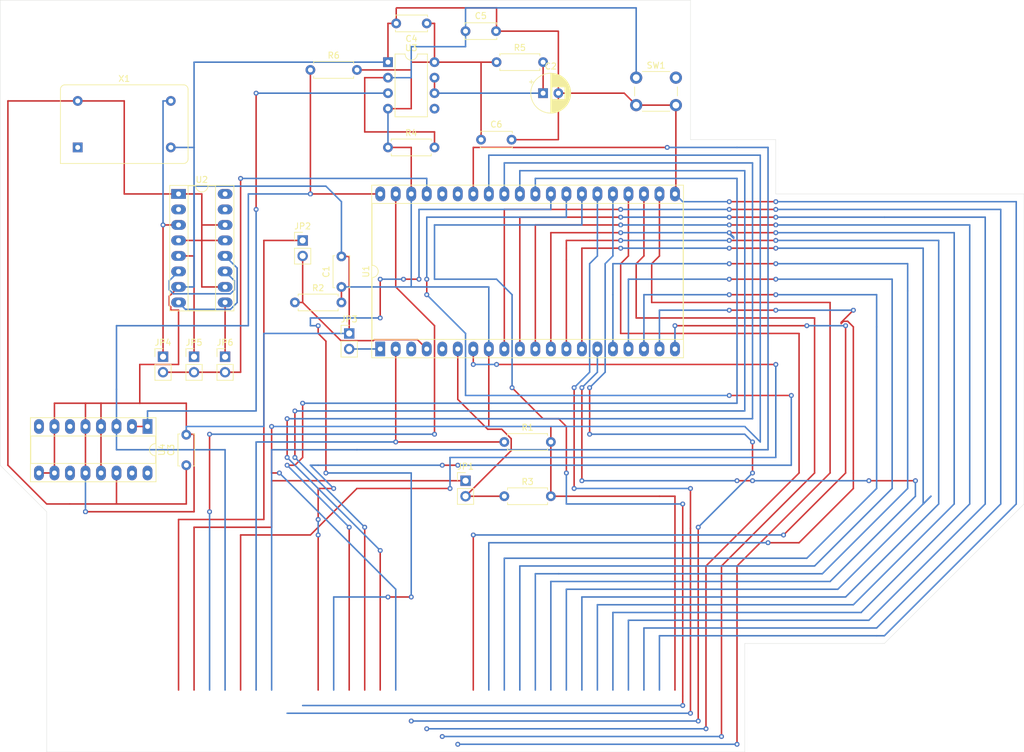
<source format=kicad_pcb>
(kicad_pcb (version 20171130) (host pcbnew "(5.1.10)-1")

  (general
    (thickness 1.6)
    (drawings 14)
    (tracks 601)
    (zones 0)
    (modules 24)
    (nets 55)
  )

  (page A4)
  (layers
    (0 F.Cu signal)
    (31 B.Cu signal)
    (32 B.Adhes user)
    (33 F.Adhes user)
    (34 B.Paste user)
    (35 F.Paste user)
    (36 B.SilkS user)
    (37 F.SilkS user)
    (38 B.Mask user)
    (39 F.Mask user)
    (40 Dwgs.User user)
    (41 Cmts.User user)
    (42 Eco1.User user)
    (43 Eco2.User user)
    (44 Edge.Cuts user)
    (45 Margin user)
    (46 B.CrtYd user)
    (47 F.CrtYd user)
    (48 B.Fab user)
    (49 F.Fab user)
  )

  (setup
    (last_trace_width 0.25)
    (trace_clearance 0.2)
    (zone_clearance 0.508)
    (zone_45_only no)
    (trace_min 0.2)
    (via_size 0.8)
    (via_drill 0.4)
    (via_min_size 0.4)
    (via_min_drill 0.3)
    (uvia_size 0.3)
    (uvia_drill 0.1)
    (uvias_allowed no)
    (uvia_min_size 0.2)
    (uvia_min_drill 0.1)
    (edge_width 0.05)
    (segment_width 0.2)
    (pcb_text_width 0.3)
    (pcb_text_size 1.5 1.5)
    (mod_edge_width 0.12)
    (mod_text_size 1 1)
    (mod_text_width 0.15)
    (pad_size 1.524 1.524)
    (pad_drill 0.762)
    (pad_to_mask_clearance 0)
    (aux_axis_origin 0 0)
    (visible_elements 7FFFFFFF)
    (pcbplotparams
      (layerselection 0x010fc_ffffffff)
      (usegerberextensions false)
      (usegerberattributes true)
      (usegerberadvancedattributes true)
      (creategerberjobfile true)
      (excludeedgelayer true)
      (linewidth 0.100000)
      (plotframeref false)
      (viasonmask false)
      (mode 1)
      (useauxorigin false)
      (hpglpennumber 1)
      (hpglpenspeed 20)
      (hpglpendiameter 15.000000)
      (psnegative false)
      (psa4output false)
      (plotreference true)
      (plotvalue true)
      (plotinvisibletext false)
      (padsonsilk false)
      (subtractmaskfromsilk false)
      (outputformat 1)
      (mirror false)
      (drillshape 1)
      (scaleselection 1)
      (outputdirectory ""))
  )

  (net 0 "")
  (net 1 +5V)
  (net 2 "Net-(C2-Pad1)")
  (net 3 "Net-(U3-Pad3)")
  (net 4 "Net-(U3-Pad5)")
  (net 5 GND)
  (net 6 CLK1)
  (net 7 "Net-(X1-Pad1)")
  (net 8 "Net-(C5-Pad1)")
  (net 9 "Net-(JP1-Pad2)")
  (net 10 NMI)
  (net 11 "Net-(JP2-Pad2)")
  (net 12 IRQ)
  (net 13 "Net-(JP3-Pad2)")
  (net 14 CLK)
  (net 15 CLK2)
  (net 16 CLK4)
  (net 17 RDY)
  (net 18 Reset)
  (net 19 "Net-(U2-Pad12)")
  (net 20 "Net-(U2-Pad11)")
  (net 21 A11)
  (net 22 PHI2)
  (net 23 A10)
  (net 24 A9)
  (net 25 A8)
  (net 26 "Net-(U1-Pad36)")
  (net 27 A7)
  (net 28 "Net-(U1-Pad35)")
  (net 29 A6)
  (net 30 RW)
  (net 31 A5)
  (net 32 D0)
  (net 33 A4)
  (net 34 D1)
  (net 35 A3)
  (net 36 D2)
  (net 37 A2)
  (net 38 D3)
  (net 39 A1)
  (net 40 D4)
  (net 41 A0)
  (net 42 D5)
  (net 43 D6)
  (net 44 Sync)
  (net 45 D7)
  (net 46 A15)
  (net 47 "Net-(U1-Pad5)")
  (net 48 A14)
  (net 49 A13)
  (net 50 "Net-(U1-Pad3)")
  (net 51 A12)
  (net 52 "Net-(U4-Pad8)")
  (net 53 "Net-(U4-Pad6)")
  (net 54 "Net-(U4-Pad11)")

  (net_class Default "This is the default net class."
    (clearance 0.2)
    (trace_width 0.25)
    (via_dia 0.8)
    (via_drill 0.4)
    (uvia_dia 0.3)
    (uvia_drill 0.1)
    (add_net +5V)
    (add_net A0)
    (add_net A1)
    (add_net A10)
    (add_net A11)
    (add_net A12)
    (add_net A13)
    (add_net A14)
    (add_net A15)
    (add_net A2)
    (add_net A3)
    (add_net A4)
    (add_net A5)
    (add_net A6)
    (add_net A7)
    (add_net A8)
    (add_net A9)
    (add_net CLK)
    (add_net CLK1)
    (add_net CLK2)
    (add_net CLK4)
    (add_net D0)
    (add_net D1)
    (add_net D2)
    (add_net D3)
    (add_net D4)
    (add_net D5)
    (add_net D6)
    (add_net D7)
    (add_net GND)
    (add_net IRQ)
    (add_net NMI)
    (add_net "Net-(C2-Pad1)")
    (add_net "Net-(C5-Pad1)")
    (add_net "Net-(JP1-Pad2)")
    (add_net "Net-(JP2-Pad2)")
    (add_net "Net-(JP3-Pad2)")
    (add_net "Net-(U1-Pad3)")
    (add_net "Net-(U1-Pad35)")
    (add_net "Net-(U1-Pad36)")
    (add_net "Net-(U1-Pad5)")
    (add_net "Net-(U2-Pad11)")
    (add_net "Net-(U2-Pad12)")
    (add_net "Net-(U3-Pad3)")
    (add_net "Net-(U3-Pad5)")
    (add_net "Net-(U4-Pad11)")
    (add_net "Net-(U4-Pad6)")
    (add_net "Net-(U4-Pad8)")
    (add_net "Net-(X1-Pad1)")
    (add_net PHI2)
    (add_net RDY)
    (add_net RW)
    (add_net Reset)
    (add_net Sync)
  )

  (module Package_DIP:DIP-40_W25.4mm_Socket_LongPads (layer F.Cu) (tedit 5A02E8C5) (tstamp 60F3A028)
    (at 105.41 81.28 90)
    (descr "40-lead though-hole mounted DIP package, row spacing 25.4 mm (1000 mils), Socket, LongPads")
    (tags "THT DIP DIL PDIP 2.54mm 25.4mm 1000mil Socket LongPads")
    (path /60EE5C5D)
    (fp_text reference U1 (at 12.7 -2.33 90) (layer F.SilkS)
      (effects (font (size 1 1) (thickness 0.15)))
    )
    (fp_text value WD65C02 (at 12.7 50.59 90) (layer F.Fab)
      (effects (font (size 1 1) (thickness 0.15)))
    )
    (fp_line (start 26.95 -1.6) (end -1.55 -1.6) (layer F.CrtYd) (width 0.05))
    (fp_line (start 26.95 49.85) (end 26.95 -1.6) (layer F.CrtYd) (width 0.05))
    (fp_line (start -1.55 49.85) (end 26.95 49.85) (layer F.CrtYd) (width 0.05))
    (fp_line (start -1.55 -1.6) (end -1.55 49.85) (layer F.CrtYd) (width 0.05))
    (fp_line (start 26.84 -1.39) (end -1.44 -1.39) (layer F.SilkS) (width 0.12))
    (fp_line (start 26.84 49.65) (end 26.84 -1.39) (layer F.SilkS) (width 0.12))
    (fp_line (start -1.44 49.65) (end 26.84 49.65) (layer F.SilkS) (width 0.12))
    (fp_line (start -1.44 -1.39) (end -1.44 49.65) (layer F.SilkS) (width 0.12))
    (fp_line (start 23.84 -1.33) (end 13.7 -1.33) (layer F.SilkS) (width 0.12))
    (fp_line (start 23.84 49.59) (end 23.84 -1.33) (layer F.SilkS) (width 0.12))
    (fp_line (start 1.56 49.59) (end 23.84 49.59) (layer F.SilkS) (width 0.12))
    (fp_line (start 1.56 -1.33) (end 1.56 49.59) (layer F.SilkS) (width 0.12))
    (fp_line (start 11.7 -1.33) (end 1.56 -1.33) (layer F.SilkS) (width 0.12))
    (fp_line (start 26.67 -1.33) (end -1.27 -1.33) (layer F.Fab) (width 0.1))
    (fp_line (start 26.67 49.59) (end 26.67 -1.33) (layer F.Fab) (width 0.1))
    (fp_line (start -1.27 49.59) (end 26.67 49.59) (layer F.Fab) (width 0.1))
    (fp_line (start -1.27 -1.33) (end -1.27 49.59) (layer F.Fab) (width 0.1))
    (fp_line (start 0.255 -0.27) (end 1.255 -1.27) (layer F.Fab) (width 0.1))
    (fp_line (start 0.255 49.53) (end 0.255 -0.27) (layer F.Fab) (width 0.1))
    (fp_line (start 25.145 49.53) (end 0.255 49.53) (layer F.Fab) (width 0.1))
    (fp_line (start 25.145 -1.27) (end 25.145 49.53) (layer F.Fab) (width 0.1))
    (fp_line (start 1.255 -1.27) (end 25.145 -1.27) (layer F.Fab) (width 0.1))
    (fp_text user %R (at 12.7 24.13 90) (layer F.Fab)
      (effects (font (size 1 1) (thickness 0.15)))
    )
    (fp_arc (start 12.7 -1.33) (end 11.7 -1.33) (angle -180) (layer F.SilkS) (width 0.12))
    (pad 40 thru_hole oval (at 25.4 0 90) (size 2.4 1.6) (drill 0.8) (layers *.Cu *.Mask)
      (net 18 Reset))
    (pad 20 thru_hole oval (at 0 48.26 90) (size 2.4 1.6) (drill 0.8) (layers *.Cu *.Mask)
      (net 21 A11))
    (pad 39 thru_hole oval (at 25.4 2.54 90) (size 2.4 1.6) (drill 0.8) (layers *.Cu *.Mask)
      (net 22 PHI2))
    (pad 19 thru_hole oval (at 0 45.72 90) (size 2.4 1.6) (drill 0.8) (layers *.Cu *.Mask)
      (net 23 A10))
    (pad 38 thru_hole oval (at 25.4 5.08 90) (size 2.4 1.6) (drill 0.8) (layers *.Cu *.Mask)
      (net 1 +5V))
    (pad 18 thru_hole oval (at 0 43.18 90) (size 2.4 1.6) (drill 0.8) (layers *.Cu *.Mask)
      (net 24 A9))
    (pad 37 thru_hole oval (at 25.4 7.62 90) (size 2.4 1.6) (drill 0.8) (layers *.Cu *.Mask)
      (net 14 CLK))
    (pad 17 thru_hole oval (at 0 40.64 90) (size 2.4 1.6) (drill 0.8) (layers *.Cu *.Mask)
      (net 25 A8))
    (pad 36 thru_hole oval (at 25.4 10.16 90) (size 2.4 1.6) (drill 0.8) (layers *.Cu *.Mask)
      (net 26 "Net-(U1-Pad36)"))
    (pad 16 thru_hole oval (at 0 38.1 90) (size 2.4 1.6) (drill 0.8) (layers *.Cu *.Mask)
      (net 27 A7))
    (pad 35 thru_hole oval (at 25.4 12.7 90) (size 2.4 1.6) (drill 0.8) (layers *.Cu *.Mask)
      (net 28 "Net-(U1-Pad35)"))
    (pad 15 thru_hole oval (at 0 35.56 90) (size 2.4 1.6) (drill 0.8) (layers *.Cu *.Mask)
      (net 29 A6))
    (pad 34 thru_hole oval (at 25.4 15.24 90) (size 2.4 1.6) (drill 0.8) (layers *.Cu *.Mask)
      (net 30 RW))
    (pad 14 thru_hole oval (at 0 33.02 90) (size 2.4 1.6) (drill 0.8) (layers *.Cu *.Mask)
      (net 31 A5))
    (pad 33 thru_hole oval (at 25.4 17.78 90) (size 2.4 1.6) (drill 0.8) (layers *.Cu *.Mask)
      (net 32 D0))
    (pad 13 thru_hole oval (at 0 30.48 90) (size 2.4 1.6) (drill 0.8) (layers *.Cu *.Mask)
      (net 33 A4))
    (pad 32 thru_hole oval (at 25.4 20.32 90) (size 2.4 1.6) (drill 0.8) (layers *.Cu *.Mask)
      (net 34 D1))
    (pad 12 thru_hole oval (at 0 27.94 90) (size 2.4 1.6) (drill 0.8) (layers *.Cu *.Mask)
      (net 35 A3))
    (pad 31 thru_hole oval (at 25.4 22.86 90) (size 2.4 1.6) (drill 0.8) (layers *.Cu *.Mask)
      (net 36 D2))
    (pad 11 thru_hole oval (at 0 25.4 90) (size 2.4 1.6) (drill 0.8) (layers *.Cu *.Mask)
      (net 37 A2))
    (pad 30 thru_hole oval (at 25.4 25.4 90) (size 2.4 1.6) (drill 0.8) (layers *.Cu *.Mask)
      (net 38 D3))
    (pad 10 thru_hole oval (at 0 22.86 90) (size 2.4 1.6) (drill 0.8) (layers *.Cu *.Mask)
      (net 39 A1))
    (pad 29 thru_hole oval (at 25.4 27.94 90) (size 2.4 1.6) (drill 0.8) (layers *.Cu *.Mask)
      (net 40 D4))
    (pad 9 thru_hole oval (at 0 20.32 90) (size 2.4 1.6) (drill 0.8) (layers *.Cu *.Mask)
      (net 41 A0))
    (pad 28 thru_hole oval (at 25.4 30.48 90) (size 2.4 1.6) (drill 0.8) (layers *.Cu *.Mask)
      (net 42 D5))
    (pad 8 thru_hole oval (at 0 17.78 90) (size 2.4 1.6) (drill 0.8) (layers *.Cu *.Mask)
      (net 1 +5V))
    (pad 27 thru_hole oval (at 25.4 33.02 90) (size 2.4 1.6) (drill 0.8) (layers *.Cu *.Mask)
      (net 43 D6))
    (pad 7 thru_hole oval (at 0 15.24 90) (size 2.4 1.6) (drill 0.8) (layers *.Cu *.Mask)
      (net 44 Sync))
    (pad 26 thru_hole oval (at 25.4 35.56 90) (size 2.4 1.6) (drill 0.8) (layers *.Cu *.Mask)
      (net 45 D7))
    (pad 6 thru_hole oval (at 0 12.7 90) (size 2.4 1.6) (drill 0.8) (layers *.Cu *.Mask)
      (net 9 "Net-(JP1-Pad2)"))
    (pad 25 thru_hole oval (at 25.4 38.1 90) (size 2.4 1.6) (drill 0.8) (layers *.Cu *.Mask)
      (net 46 A15))
    (pad 5 thru_hole oval (at 0 10.16 90) (size 2.4 1.6) (drill 0.8) (layers *.Cu *.Mask)
      (net 47 "Net-(U1-Pad5)"))
    (pad 24 thru_hole oval (at 25.4 40.64 90) (size 2.4 1.6) (drill 0.8) (layers *.Cu *.Mask)
      (net 48 A14))
    (pad 4 thru_hole oval (at 0 7.62 90) (size 2.4 1.6) (drill 0.8) (layers *.Cu *.Mask)
      (net 11 "Net-(JP2-Pad2)"))
    (pad 23 thru_hole oval (at 25.4 43.18 90) (size 2.4 1.6) (drill 0.8) (layers *.Cu *.Mask)
      (net 49 A13))
    (pad 3 thru_hole oval (at 0 5.08 90) (size 2.4 1.6) (drill 0.8) (layers *.Cu *.Mask)
      (net 50 "Net-(U1-Pad3)"))
    (pad 22 thru_hole oval (at 25.4 45.72 90) (size 2.4 1.6) (drill 0.8) (layers *.Cu *.Mask)
      (net 51 A12))
    (pad 2 thru_hole oval (at 0 2.54 90) (size 2.4 1.6) (drill 0.8) (layers *.Cu *.Mask)
      (net 17 RDY))
    (pad 21 thru_hole oval (at 25.4 48.26 90) (size 2.4 1.6) (drill 0.8) (layers *.Cu *.Mask)
      (net 5 GND))
    (pad 1 thru_hole rect (at 0 0 90) (size 2.4 1.6) (drill 0.8) (layers *.Cu *.Mask)
      (net 13 "Net-(JP3-Pad2)"))
    (model ${KISYS3DMOD}/Package_DIP.3dshapes/DIP-40_W25.4mm_Socket.wrl
      (at (xyz 0 0 0))
      (scale (xyz 1 1 1))
      (rotate (xyz 0 0 0))
    )
  )

  (module Resistor_THT:R_Axial_DIN0207_L6.3mm_D2.5mm_P7.62mm_Horizontal (layer F.Cu) (tedit 5AE5139B) (tstamp 60F39F52)
    (at 125.73 96.52)
    (descr "Resistor, Axial_DIN0207 series, Axial, Horizontal, pin pitch=7.62mm, 0.25W = 1/4W, length*diameter=6.3*2.5mm^2, http://cdn-reichelt.de/documents/datenblatt/B400/1_4W%23YAG.pdf")
    (tags "Resistor Axial_DIN0207 series Axial Horizontal pin pitch 7.62mm 0.25W = 1/4W length 6.3mm diameter 2.5mm")
    (path /60F31DBA)
    (fp_text reference R1 (at 3.81 -2.37) (layer F.SilkS)
      (effects (font (size 1 1) (thickness 0.15)))
    )
    (fp_text value 3.3k (at 3.81 2.37) (layer F.Fab)
      (effects (font (size 1 1) (thickness 0.15)))
    )
    (fp_line (start 8.67 -1.5) (end -1.05 -1.5) (layer F.CrtYd) (width 0.05))
    (fp_line (start 8.67 1.5) (end 8.67 -1.5) (layer F.CrtYd) (width 0.05))
    (fp_line (start -1.05 1.5) (end 8.67 1.5) (layer F.CrtYd) (width 0.05))
    (fp_line (start -1.05 -1.5) (end -1.05 1.5) (layer F.CrtYd) (width 0.05))
    (fp_line (start 7.08 1.37) (end 7.08 1.04) (layer F.SilkS) (width 0.12))
    (fp_line (start 0.54 1.37) (end 7.08 1.37) (layer F.SilkS) (width 0.12))
    (fp_line (start 0.54 1.04) (end 0.54 1.37) (layer F.SilkS) (width 0.12))
    (fp_line (start 7.08 -1.37) (end 7.08 -1.04) (layer F.SilkS) (width 0.12))
    (fp_line (start 0.54 -1.37) (end 7.08 -1.37) (layer F.SilkS) (width 0.12))
    (fp_line (start 0.54 -1.04) (end 0.54 -1.37) (layer F.SilkS) (width 0.12))
    (fp_line (start 7.62 0) (end 6.96 0) (layer F.Fab) (width 0.1))
    (fp_line (start 0 0) (end 0.66 0) (layer F.Fab) (width 0.1))
    (fp_line (start 6.96 -1.25) (end 0.66 -1.25) (layer F.Fab) (width 0.1))
    (fp_line (start 6.96 1.25) (end 6.96 -1.25) (layer F.Fab) (width 0.1))
    (fp_line (start 0.66 1.25) (end 6.96 1.25) (layer F.Fab) (width 0.1))
    (fp_line (start 0.66 -1.25) (end 0.66 1.25) (layer F.Fab) (width 0.1))
    (fp_text user %R (at 3.81 0) (layer F.Fab)
      (effects (font (size 1 1) (thickness 0.15)))
    )
    (pad 2 thru_hole oval (at 7.62 0) (size 1.6 1.6) (drill 0.8) (layers *.Cu *.Mask)
      (net 1 +5V))
    (pad 1 thru_hole circle (at 0 0) (size 1.6 1.6) (drill 0.8) (layers *.Cu *.Mask)
      (net 17 RDY))
    (model ${KISYS3DMOD}/Resistor_THT.3dshapes/R_Axial_DIN0207_L6.3mm_D2.5mm_P7.62mm_Horizontal.wrl
      (at (xyz 0 0 0))
      (scale (xyz 1 1 1))
      (rotate (xyz 0 0 0))
    )
  )

  (module Oscillator:Oscillator_DIP-14 (layer F.Cu) (tedit 58CD3344) (tstamp 60F3A0BE)
    (at 55.88 48.26)
    (descr "Oscillator, DIP14, http://cdn-reichelt.de/documents/datenblatt/B400/OSZI.pdf")
    (tags oscillator)
    (path /60F1DE88)
    (fp_text reference X1 (at 7.62 -11.26) (layer F.SilkS)
      (effects (font (size 1 1) (thickness 0.15)))
    )
    (fp_text value ACO-xxxMHz (at 7.62 3.74) (layer F.Fab)
      (effects (font (size 1 1) (thickness 0.15)))
    )
    (fp_line (start -2.73 2.54) (end -2.73 -9.51) (layer F.Fab) (width 0.1))
    (fp_line (start -2.08 -10.16) (end 17.32 -10.16) (layer F.Fab) (width 0.1))
    (fp_line (start 17.97 -9.51) (end 17.97 1.89) (layer F.Fab) (width 0.1))
    (fp_line (start -2.73 2.54) (end 17.32 2.54) (layer F.Fab) (width 0.1))
    (fp_line (start -2.83 2.64) (end 17.32 2.64) (layer F.SilkS) (width 0.12))
    (fp_line (start 18.07 1.89) (end 18.07 -9.51) (layer F.SilkS) (width 0.12))
    (fp_line (start 17.32 -10.26) (end -2.08 -10.26) (layer F.SilkS) (width 0.12))
    (fp_line (start -2.83 -9.51) (end -2.83 2.64) (layer F.SilkS) (width 0.12))
    (fp_line (start -1.73 1.54) (end 16.62 1.54) (layer F.Fab) (width 0.1))
    (fp_line (start -1.73 1.54) (end -1.73 -8.81) (layer F.Fab) (width 0.1))
    (fp_line (start -1.38 -9.16) (end 16.62 -9.16) (layer F.Fab) (width 0.1))
    (fp_line (start 16.97 1.19) (end 16.97 -8.81) (layer F.Fab) (width 0.1))
    (fp_line (start -2.98 2.79) (end 18.22 2.79) (layer F.CrtYd) (width 0.05))
    (fp_line (start -2.98 -10.41) (end -2.98 2.79) (layer F.CrtYd) (width 0.05))
    (fp_line (start 18.22 -10.41) (end -2.98 -10.41) (layer F.CrtYd) (width 0.05))
    (fp_line (start 18.22 2.79) (end 18.22 -10.41) (layer F.CrtYd) (width 0.05))
    (fp_arc (start -2.08 -9.51) (end -2.73 -9.51) (angle 90) (layer F.Fab) (width 0.1))
    (fp_arc (start 17.32 -9.51) (end 17.32 -10.16) (angle 90) (layer F.Fab) (width 0.1))
    (fp_arc (start 17.32 1.89) (end 17.97 1.89) (angle 90) (layer F.Fab) (width 0.1))
    (fp_arc (start -2.08 -9.51) (end -2.83 -9.51) (angle 90) (layer F.SilkS) (width 0.12))
    (fp_arc (start 17.32 -9.51) (end 17.32 -10.26) (angle 90) (layer F.SilkS) (width 0.12))
    (fp_arc (start 17.32 1.89) (end 18.07 1.89) (angle 90) (layer F.SilkS) (width 0.12))
    (fp_arc (start -1.38 -8.81) (end -1.73 -8.81) (angle 90) (layer F.Fab) (width 0.1))
    (fp_arc (start 16.62 -8.81) (end 16.62 -9.16) (angle 90) (layer F.Fab) (width 0.1))
    (fp_arc (start 16.62 1.19) (end 16.97 1.19) (angle 90) (layer F.Fab) (width 0.1))
    (fp_text user %R (at 7.62 -3.81) (layer F.Fab)
      (effects (font (size 1 1) (thickness 0.15)))
    )
    (pad 7 thru_hole circle (at 15.24 0) (size 1.6 1.6) (drill 0.8) (layers *.Cu *.Mask)
      (net 5 GND))
    (pad 8 thru_hole circle (at 15.24 -7.62) (size 1.6 1.6) (drill 0.8) (layers *.Cu *.Mask)
      (net 6 CLK1))
    (pad 14 thru_hole circle (at 0 -7.62) (size 1.6 1.6) (drill 0.8) (layers *.Cu *.Mask)
      (net 1 +5V))
    (pad 1 thru_hole rect (at 0 0) (size 1.6 1.6) (drill 0.8) (layers *.Cu *.Mask)
      (net 7 "Net-(X1-Pad1)"))
    (model ${KISYS3DMOD}/Oscillator.3dshapes/Oscillator_DIP-14.wrl
      (at (xyz 0 0 0))
      (scale (xyz 1 1 1))
      (rotate (xyz 0 0 0))
    )
  )

  (module Package_DIP:DIP-16_W7.62mm_Socket_LongPads (layer F.Cu) (tedit 5A02E8C5) (tstamp 60F3A09C)
    (at 67.31 93.98 270)
    (descr "16-lead though-hole mounted DIP package, row spacing 7.62 mm (300 mils), Socket, LongPads")
    (tags "THT DIP DIL PDIP 2.54mm 7.62mm 300mil Socket LongPads")
    (path /60EE0D0C)
    (fp_text reference U4 (at 3.81 -2.33 90) (layer F.SilkS)
      (effects (font (size 1 1) (thickness 0.15)))
    )
    (fp_text value 74HCT00 (at 3.81 20.11 90) (layer F.Fab)
      (effects (font (size 1 1) (thickness 0.15)))
    )
    (fp_line (start 9.15 -1.6) (end -1.55 -1.6) (layer F.CrtYd) (width 0.05))
    (fp_line (start 9.15 19.4) (end 9.15 -1.6) (layer F.CrtYd) (width 0.05))
    (fp_line (start -1.55 19.4) (end 9.15 19.4) (layer F.CrtYd) (width 0.05))
    (fp_line (start -1.55 -1.6) (end -1.55 19.4) (layer F.CrtYd) (width 0.05))
    (fp_line (start 9.06 -1.39) (end -1.44 -1.39) (layer F.SilkS) (width 0.12))
    (fp_line (start 9.06 19.17) (end 9.06 -1.39) (layer F.SilkS) (width 0.12))
    (fp_line (start -1.44 19.17) (end 9.06 19.17) (layer F.SilkS) (width 0.12))
    (fp_line (start -1.44 -1.39) (end -1.44 19.17) (layer F.SilkS) (width 0.12))
    (fp_line (start 6.06 -1.33) (end 4.81 -1.33) (layer F.SilkS) (width 0.12))
    (fp_line (start 6.06 19.11) (end 6.06 -1.33) (layer F.SilkS) (width 0.12))
    (fp_line (start 1.56 19.11) (end 6.06 19.11) (layer F.SilkS) (width 0.12))
    (fp_line (start 1.56 -1.33) (end 1.56 19.11) (layer F.SilkS) (width 0.12))
    (fp_line (start 2.81 -1.33) (end 1.56 -1.33) (layer F.SilkS) (width 0.12))
    (fp_line (start 8.89 -1.33) (end -1.27 -1.33) (layer F.Fab) (width 0.1))
    (fp_line (start 8.89 19.11) (end 8.89 -1.33) (layer F.Fab) (width 0.1))
    (fp_line (start -1.27 19.11) (end 8.89 19.11) (layer F.Fab) (width 0.1))
    (fp_line (start -1.27 -1.33) (end -1.27 19.11) (layer F.Fab) (width 0.1))
    (fp_line (start 0.635 -0.27) (end 1.635 -1.27) (layer F.Fab) (width 0.1))
    (fp_line (start 0.635 19.05) (end 0.635 -0.27) (layer F.Fab) (width 0.1))
    (fp_line (start 6.985 19.05) (end 0.635 19.05) (layer F.Fab) (width 0.1))
    (fp_line (start 6.985 -1.27) (end 6.985 19.05) (layer F.Fab) (width 0.1))
    (fp_line (start 1.635 -1.27) (end 6.985 -1.27) (layer F.Fab) (width 0.1))
    (fp_text user %R (at 3.81 8.89 90) (layer F.Fab)
      (effects (font (size 1 1) (thickness 0.15)))
    )
    (fp_arc (start 3.81 -1.33) (end 2.81 -1.33) (angle -180) (layer F.SilkS) (width 0.12))
    (pad 16 thru_hole oval (at 7.62 0 270) (size 2.4 1.6) (drill 0.8) (layers *.Cu *.Mask))
    (pad 8 thru_hole oval (at 0 17.78 270) (size 2.4 1.6) (drill 0.8) (layers *.Cu *.Mask)
      (net 52 "Net-(U4-Pad8)"))
    (pad 15 thru_hole oval (at 7.62 2.54 270) (size 2.4 1.6) (drill 0.8) (layers *.Cu *.Mask))
    (pad 7 thru_hole oval (at 0 15.24 270) (size 2.4 1.6) (drill 0.8) (layers *.Cu *.Mask)
      (net 5 GND))
    (pad 14 thru_hole oval (at 7.62 5.08 270) (size 2.4 1.6) (drill 0.8) (layers *.Cu *.Mask)
      (net 1 +5V))
    (pad 6 thru_hole oval (at 0 12.7 270) (size 2.4 1.6) (drill 0.8) (layers *.Cu *.Mask)
      (net 53 "Net-(U4-Pad6)"))
    (pad 13 thru_hole oval (at 7.62 7.62 270) (size 2.4 1.6) (drill 0.8) (layers *.Cu *.Mask)
      (net 5 GND))
    (pad 5 thru_hole oval (at 0 10.16 270) (size 2.4 1.6) (drill 0.8) (layers *.Cu *.Mask)
      (net 5 GND))
    (pad 12 thru_hole oval (at 7.62 10.16 270) (size 2.4 1.6) (drill 0.8) (layers *.Cu *.Mask)
      (net 5 GND))
    (pad 4 thru_hole oval (at 0 7.62 270) (size 2.4 1.6) (drill 0.8) (layers *.Cu *.Mask)
      (net 5 GND))
    (pad 11 thru_hole oval (at 7.62 12.7 270) (size 2.4 1.6) (drill 0.8) (layers *.Cu *.Mask)
      (net 54 "Net-(U4-Pad11)"))
    (pad 3 thru_hole oval (at 0 5.08 270) (size 2.4 1.6) (drill 0.8) (layers *.Cu *.Mask)
      (net 18 Reset))
    (pad 10 thru_hole oval (at 7.62 15.24 270) (size 2.4 1.6) (drill 0.8) (layers *.Cu *.Mask)
      (net 5 GND))
    (pad 2 thru_hole oval (at 0 2.54 270) (size 2.4 1.6) (drill 0.8) (layers *.Cu *.Mask)
      (net 3 "Net-(U3-Pad3)"))
    (pad 9 thru_hole oval (at 7.62 17.78 270) (size 2.4 1.6) (drill 0.8) (layers *.Cu *.Mask)
      (net 5 GND))
    (pad 1 thru_hole rect (at 0 0 270) (size 2.4 1.6) (drill 0.8) (layers *.Cu *.Mask)
      (net 3 "Net-(U3-Pad3)"))
    (model ${KISYS3DMOD}/Package_DIP.3dshapes/DIP-16_W7.62mm_Socket.wrl
      (at (xyz 0 0 0))
      (scale (xyz 1 1 1))
      (rotate (xyz 0 0 0))
    )
  )

  (module Package_DIP:DIP-8_W7.62mm (layer F.Cu) (tedit 5A02E8C5) (tstamp 60F3A070)
    (at 106.68 34.29)
    (descr "8-lead though-hole mounted DIP package, row spacing 7.62 mm (300 mils)")
    (tags "THT DIP DIL PDIP 2.54mm 7.62mm 300mil")
    (path /60EC74C7)
    (fp_text reference U3 (at 3.81 -2.33) (layer F.SilkS)
      (effects (font (size 1 1) (thickness 0.15)))
    )
    (fp_text value NA555P (at 3.81 9.95) (layer F.Fab)
      (effects (font (size 1 1) (thickness 0.15)))
    )
    (fp_line (start 8.7 -1.55) (end -1.1 -1.55) (layer F.CrtYd) (width 0.05))
    (fp_line (start 8.7 9.15) (end 8.7 -1.55) (layer F.CrtYd) (width 0.05))
    (fp_line (start -1.1 9.15) (end 8.7 9.15) (layer F.CrtYd) (width 0.05))
    (fp_line (start -1.1 -1.55) (end -1.1 9.15) (layer F.CrtYd) (width 0.05))
    (fp_line (start 6.46 -1.33) (end 4.81 -1.33) (layer F.SilkS) (width 0.12))
    (fp_line (start 6.46 8.95) (end 6.46 -1.33) (layer F.SilkS) (width 0.12))
    (fp_line (start 1.16 8.95) (end 6.46 8.95) (layer F.SilkS) (width 0.12))
    (fp_line (start 1.16 -1.33) (end 1.16 8.95) (layer F.SilkS) (width 0.12))
    (fp_line (start 2.81 -1.33) (end 1.16 -1.33) (layer F.SilkS) (width 0.12))
    (fp_line (start 0.635 -0.27) (end 1.635 -1.27) (layer F.Fab) (width 0.1))
    (fp_line (start 0.635 8.89) (end 0.635 -0.27) (layer F.Fab) (width 0.1))
    (fp_line (start 6.985 8.89) (end 0.635 8.89) (layer F.Fab) (width 0.1))
    (fp_line (start 6.985 -1.27) (end 6.985 8.89) (layer F.Fab) (width 0.1))
    (fp_line (start 1.635 -1.27) (end 6.985 -1.27) (layer F.Fab) (width 0.1))
    (fp_text user %R (at 3.81 3.81) (layer F.Fab)
      (effects (font (size 1 1) (thickness 0.15)))
    )
    (fp_arc (start 3.81 -1.33) (end 2.81 -1.33) (angle -180) (layer F.SilkS) (width 0.12))
    (pad 8 thru_hole oval (at 7.62 0) (size 1.6 1.6) (drill 0.8) (layers *.Cu *.Mask)
      (net 1 +5V))
    (pad 4 thru_hole oval (at 0 7.62) (size 1.6 1.6) (drill 0.8) (layers *.Cu *.Mask)
      (net 1 +5V))
    (pad 7 thru_hole oval (at 7.62 2.54) (size 1.6 1.6) (drill 0.8) (layers *.Cu *.Mask)
      (net 2 "Net-(C2-Pad1)"))
    (pad 3 thru_hole oval (at 0 5.08) (size 1.6 1.6) (drill 0.8) (layers *.Cu *.Mask)
      (net 3 "Net-(U3-Pad3)"))
    (pad 6 thru_hole oval (at 7.62 5.08) (size 1.6 1.6) (drill 0.8) (layers *.Cu *.Mask)
      (net 2 "Net-(C2-Pad1)"))
    (pad 2 thru_hole oval (at 0 2.54) (size 1.6 1.6) (drill 0.8) (layers *.Cu *.Mask)
      (net 8 "Net-(C5-Pad1)"))
    (pad 5 thru_hole oval (at 7.62 7.62) (size 1.6 1.6) (drill 0.8) (layers *.Cu *.Mask)
      (net 4 "Net-(U3-Pad5)"))
    (pad 1 thru_hole rect (at 0 0) (size 1.6 1.6) (drill 0.8) (layers *.Cu *.Mask)
      (net 5 GND))
    (model ${KISYS3DMOD}/Package_DIP.3dshapes/DIP-8_W7.62mm.wrl
      (at (xyz 0 0 0))
      (scale (xyz 1 1 1))
      (rotate (xyz 0 0 0))
    )
  )

  (module Package_DIP:DIP-16_W7.62mm_Socket_LongPads (layer F.Cu) (tedit 5A02E8C5) (tstamp 60F3A054)
    (at 72.39 55.88)
    (descr "16-lead though-hole mounted DIP package, row spacing 7.62 mm (300 mils), Socket, LongPads")
    (tags "THT DIP DIL PDIP 2.54mm 7.62mm 300mil Socket LongPads")
    (path /60F2BEB6)
    (fp_text reference U2 (at 3.81 -2.33) (layer F.SilkS)
      (effects (font (size 1 1) (thickness 0.15)))
    )
    (fp_text value 74HC74 (at 3.81 20.11) (layer F.Fab)
      (effects (font (size 1 1) (thickness 0.15)))
    )
    (fp_line (start 9.15 -1.6) (end -1.55 -1.6) (layer F.CrtYd) (width 0.05))
    (fp_line (start 9.15 19.4) (end 9.15 -1.6) (layer F.CrtYd) (width 0.05))
    (fp_line (start -1.55 19.4) (end 9.15 19.4) (layer F.CrtYd) (width 0.05))
    (fp_line (start -1.55 -1.6) (end -1.55 19.4) (layer F.CrtYd) (width 0.05))
    (fp_line (start 9.06 -1.39) (end -1.44 -1.39) (layer F.SilkS) (width 0.12))
    (fp_line (start 9.06 19.17) (end 9.06 -1.39) (layer F.SilkS) (width 0.12))
    (fp_line (start -1.44 19.17) (end 9.06 19.17) (layer F.SilkS) (width 0.12))
    (fp_line (start -1.44 -1.39) (end -1.44 19.17) (layer F.SilkS) (width 0.12))
    (fp_line (start 6.06 -1.33) (end 4.81 -1.33) (layer F.SilkS) (width 0.12))
    (fp_line (start 6.06 19.11) (end 6.06 -1.33) (layer F.SilkS) (width 0.12))
    (fp_line (start 1.56 19.11) (end 6.06 19.11) (layer F.SilkS) (width 0.12))
    (fp_line (start 1.56 -1.33) (end 1.56 19.11) (layer F.SilkS) (width 0.12))
    (fp_line (start 2.81 -1.33) (end 1.56 -1.33) (layer F.SilkS) (width 0.12))
    (fp_line (start 8.89 -1.33) (end -1.27 -1.33) (layer F.Fab) (width 0.1))
    (fp_line (start 8.89 19.11) (end 8.89 -1.33) (layer F.Fab) (width 0.1))
    (fp_line (start -1.27 19.11) (end 8.89 19.11) (layer F.Fab) (width 0.1))
    (fp_line (start -1.27 -1.33) (end -1.27 19.11) (layer F.Fab) (width 0.1))
    (fp_line (start 0.635 -0.27) (end 1.635 -1.27) (layer F.Fab) (width 0.1))
    (fp_line (start 0.635 19.05) (end 0.635 -0.27) (layer F.Fab) (width 0.1))
    (fp_line (start 6.985 19.05) (end 0.635 19.05) (layer F.Fab) (width 0.1))
    (fp_line (start 6.985 -1.27) (end 6.985 19.05) (layer F.Fab) (width 0.1))
    (fp_line (start 1.635 -1.27) (end 6.985 -1.27) (layer F.Fab) (width 0.1))
    (fp_text user %R (at 3.81 8.89) (layer F.Fab)
      (effects (font (size 1 1) (thickness 0.15)))
    )
    (fp_arc (start 3.81 -1.33) (end 2.81 -1.33) (angle -180) (layer F.SilkS) (width 0.12))
    (pad 16 thru_hole oval (at 7.62 0) (size 2.4 1.6) (drill 0.8) (layers *.Cu *.Mask))
    (pad 8 thru_hole oval (at 0 17.78) (size 2.4 1.6) (drill 0.8) (layers *.Cu *.Mask)
      (net 19 "Net-(U2-Pad12)"))
    (pad 15 thru_hole oval (at 7.62 2.54) (size 2.4 1.6) (drill 0.8) (layers *.Cu *.Mask))
    (pad 7 thru_hole oval (at 0 15.24) (size 2.4 1.6) (drill 0.8) (layers *.Cu *.Mask)
      (net 5 GND))
    (pad 14 thru_hole oval (at 7.62 5.08) (size 2.4 1.6) (drill 0.8) (layers *.Cu *.Mask)
      (net 1 +5V))
    (pad 6 thru_hole oval (at 0 12.7) (size 2.4 1.6) (drill 0.8) (layers *.Cu *.Mask)
      (net 20 "Net-(U2-Pad11)"))
    (pad 13 thru_hole oval (at 7.62 7.62) (size 2.4 1.6) (drill 0.8) (layers *.Cu *.Mask)
      (net 1 +5V))
    (pad 5 thru_hole oval (at 0 10.16) (size 2.4 1.6) (drill 0.8) (layers *.Cu *.Mask)
      (net 15 CLK2))
    (pad 12 thru_hole oval (at 7.62 10.16) (size 2.4 1.6) (drill 0.8) (layers *.Cu *.Mask)
      (net 19 "Net-(U2-Pad12)"))
    (pad 4 thru_hole oval (at 0 7.62) (size 2.4 1.6) (drill 0.8) (layers *.Cu *.Mask)
      (net 1 +5V))
    (pad 11 thru_hole oval (at 7.62 12.7) (size 2.4 1.6) (drill 0.8) (layers *.Cu *.Mask)
      (net 20 "Net-(U2-Pad11)"))
    (pad 3 thru_hole oval (at 0 5.08) (size 2.4 1.6) (drill 0.8) (layers *.Cu *.Mask)
      (net 6 CLK1))
    (pad 10 thru_hole oval (at 7.62 15.24) (size 2.4 1.6) (drill 0.8) (layers *.Cu *.Mask)
      (net 1 +5V))
    (pad 2 thru_hole oval (at 0 2.54) (size 2.4 1.6) (drill 0.8) (layers *.Cu *.Mask)
      (net 20 "Net-(U2-Pad11)"))
    (pad 9 thru_hole oval (at 7.62 17.78) (size 2.4 1.6) (drill 0.8) (layers *.Cu *.Mask)
      (net 16 CLK4))
    (pad 1 thru_hole rect (at 0 0) (size 2.4 1.6) (drill 0.8) (layers *.Cu *.Mask)
      (net 1 +5V))
    (model ${KISYS3DMOD}/Package_DIP.3dshapes/DIP-16_W7.62mm_Socket.wrl
      (at (xyz 0 0 0))
      (scale (xyz 1 1 1))
      (rotate (xyz 0 0 0))
    )
  )

  (module Button_Switch_THT:SW_PUSH_6mm (layer F.Cu) (tedit 5A02FE31) (tstamp 60F39FE4)
    (at 147.32 36.83)
    (descr https://www.omron.com/ecb/products/pdf/en-b3f.pdf)
    (tags "tact sw push 6mm")
    (path /60EE64A0)
    (fp_text reference SW1 (at 3.25 -2) (layer F.SilkS)
      (effects (font (size 1 1) (thickness 0.15)))
    )
    (fp_text value SW_Push (at 3.75 6.7) (layer F.Fab)
      (effects (font (size 1 1) (thickness 0.15)))
    )
    (fp_circle (center 3.25 2.25) (end 1.25 2.5) (layer F.Fab) (width 0.1))
    (fp_line (start 6.75 3) (end 6.75 1.5) (layer F.SilkS) (width 0.12))
    (fp_line (start 5.5 -1) (end 1 -1) (layer F.SilkS) (width 0.12))
    (fp_line (start -0.25 1.5) (end -0.25 3) (layer F.SilkS) (width 0.12))
    (fp_line (start 1 5.5) (end 5.5 5.5) (layer F.SilkS) (width 0.12))
    (fp_line (start 8 -1.25) (end 8 5.75) (layer F.CrtYd) (width 0.05))
    (fp_line (start 7.75 6) (end -1.25 6) (layer F.CrtYd) (width 0.05))
    (fp_line (start -1.5 5.75) (end -1.5 -1.25) (layer F.CrtYd) (width 0.05))
    (fp_line (start -1.25 -1.5) (end 7.75 -1.5) (layer F.CrtYd) (width 0.05))
    (fp_line (start -1.5 6) (end -1.25 6) (layer F.CrtYd) (width 0.05))
    (fp_line (start -1.5 5.75) (end -1.5 6) (layer F.CrtYd) (width 0.05))
    (fp_line (start -1.5 -1.5) (end -1.25 -1.5) (layer F.CrtYd) (width 0.05))
    (fp_line (start -1.5 -1.25) (end -1.5 -1.5) (layer F.CrtYd) (width 0.05))
    (fp_line (start 8 -1.5) (end 8 -1.25) (layer F.CrtYd) (width 0.05))
    (fp_line (start 7.75 -1.5) (end 8 -1.5) (layer F.CrtYd) (width 0.05))
    (fp_line (start 8 6) (end 8 5.75) (layer F.CrtYd) (width 0.05))
    (fp_line (start 7.75 6) (end 8 6) (layer F.CrtYd) (width 0.05))
    (fp_line (start 0.25 -0.75) (end 3.25 -0.75) (layer F.Fab) (width 0.1))
    (fp_line (start 0.25 5.25) (end 0.25 -0.75) (layer F.Fab) (width 0.1))
    (fp_line (start 6.25 5.25) (end 0.25 5.25) (layer F.Fab) (width 0.1))
    (fp_line (start 6.25 -0.75) (end 6.25 5.25) (layer F.Fab) (width 0.1))
    (fp_line (start 3.25 -0.75) (end 6.25 -0.75) (layer F.Fab) (width 0.1))
    (fp_text user %R (at 3.25 2.25) (layer F.Fab)
      (effects (font (size 1 1) (thickness 0.15)))
    )
    (pad 1 thru_hole circle (at 6.5 0 90) (size 2 2) (drill 1.1) (layers *.Cu *.Mask)
      (net 8 "Net-(C5-Pad1)"))
    (pad 2 thru_hole circle (at 6.5 4.5 90) (size 2 2) (drill 1.1) (layers *.Cu *.Mask)
      (net 5 GND))
    (pad 1 thru_hole circle (at 0 0 90) (size 2 2) (drill 1.1) (layers *.Cu *.Mask)
      (net 8 "Net-(C5-Pad1)"))
    (pad 2 thru_hole circle (at 0 4.5 90) (size 2 2) (drill 1.1) (layers *.Cu *.Mask)
      (net 5 GND))
    (model ${KISYS3DMOD}/Button_Switch_THT.3dshapes/SW_PUSH_6mm.wrl
      (at (xyz 0 0 0))
      (scale (xyz 1 1 1))
      (rotate (xyz 0 0 0))
    )
  )

  (module Resistor_THT:R_Axial_DIN0207_L6.3mm_D2.5mm_P7.62mm_Horizontal (layer F.Cu) (tedit 5AE5139B) (tstamp 60F39FC5)
    (at 93.98 35.56)
    (descr "Resistor, Axial_DIN0207 series, Axial, Horizontal, pin pitch=7.62mm, 0.25W = 1/4W, length*diameter=6.3*2.5mm^2, http://cdn-reichelt.de/documents/datenblatt/B400/1_4W%23YAG.pdf")
    (tags "Resistor Axial_DIN0207 series Axial Horizontal pin pitch 7.62mm 0.25W = 1/4W length 6.3mm diameter 2.5mm")
    (path /60F3722E)
    (fp_text reference R6 (at 3.81 -2.37) (layer F.SilkS)
      (effects (font (size 1 1) (thickness 0.15)))
    )
    (fp_text value R (at 3.81 2.37) (layer F.Fab)
      (effects (font (size 1 1) (thickness 0.15)))
    )
    (fp_line (start 8.67 -1.5) (end -1.05 -1.5) (layer F.CrtYd) (width 0.05))
    (fp_line (start 8.67 1.5) (end 8.67 -1.5) (layer F.CrtYd) (width 0.05))
    (fp_line (start -1.05 1.5) (end 8.67 1.5) (layer F.CrtYd) (width 0.05))
    (fp_line (start -1.05 -1.5) (end -1.05 1.5) (layer F.CrtYd) (width 0.05))
    (fp_line (start 7.08 1.37) (end 7.08 1.04) (layer F.SilkS) (width 0.12))
    (fp_line (start 0.54 1.37) (end 7.08 1.37) (layer F.SilkS) (width 0.12))
    (fp_line (start 0.54 1.04) (end 0.54 1.37) (layer F.SilkS) (width 0.12))
    (fp_line (start 7.08 -1.37) (end 7.08 -1.04) (layer F.SilkS) (width 0.12))
    (fp_line (start 0.54 -1.37) (end 7.08 -1.37) (layer F.SilkS) (width 0.12))
    (fp_line (start 0.54 -1.04) (end 0.54 -1.37) (layer F.SilkS) (width 0.12))
    (fp_line (start 7.62 0) (end 6.96 0) (layer F.Fab) (width 0.1))
    (fp_line (start 0 0) (end 0.66 0) (layer F.Fab) (width 0.1))
    (fp_line (start 6.96 -1.25) (end 0.66 -1.25) (layer F.Fab) (width 0.1))
    (fp_line (start 6.96 1.25) (end 6.96 -1.25) (layer F.Fab) (width 0.1))
    (fp_line (start 0.66 1.25) (end 6.96 1.25) (layer F.Fab) (width 0.1))
    (fp_line (start 0.66 -1.25) (end 0.66 1.25) (layer F.Fab) (width 0.1))
    (fp_text user %R (at 3.81 0) (layer F.Fab)
      (effects (font (size 1 1) (thickness 0.15)))
    )
    (pad 2 thru_hole oval (at 7.62 0) (size 1.6 1.6) (drill 0.8) (layers *.Cu *.Mask)
      (net 1 +5V))
    (pad 1 thru_hole circle (at 0 0) (size 1.6 1.6) (drill 0.8) (layers *.Cu *.Mask)
      (net 18 Reset))
    (model ${KISYS3DMOD}/Resistor_THT.3dshapes/R_Axial_DIN0207_L6.3mm_D2.5mm_P7.62mm_Horizontal.wrl
      (at (xyz 0 0 0))
      (scale (xyz 1 1 1))
      (rotate (xyz 0 0 0))
    )
  )

  (module Resistor_THT:R_Axial_DIN0207_L6.3mm_D2.5mm_P7.62mm_Horizontal (layer F.Cu) (tedit 5AE5139B) (tstamp 60F39FAE)
    (at 124.46 34.29)
    (descr "Resistor, Axial_DIN0207 series, Axial, Horizontal, pin pitch=7.62mm, 0.25W = 1/4W, length*diameter=6.3*2.5mm^2, http://cdn-reichelt.de/documents/datenblatt/B400/1_4W%23YAG.pdf")
    (tags "Resistor Axial_DIN0207 series Axial Horizontal pin pitch 7.62mm 0.25W = 1/4W length 6.3mm diameter 2.5mm")
    (path /60F36838)
    (fp_text reference R5 (at 3.81 -2.37) (layer F.SilkS)
      (effects (font (size 1 1) (thickness 0.15)))
    )
    (fp_text value R (at 3.81 2.37) (layer F.Fab)
      (effects (font (size 1 1) (thickness 0.15)))
    )
    (fp_line (start 8.67 -1.5) (end -1.05 -1.5) (layer F.CrtYd) (width 0.05))
    (fp_line (start 8.67 1.5) (end 8.67 -1.5) (layer F.CrtYd) (width 0.05))
    (fp_line (start -1.05 1.5) (end 8.67 1.5) (layer F.CrtYd) (width 0.05))
    (fp_line (start -1.05 -1.5) (end -1.05 1.5) (layer F.CrtYd) (width 0.05))
    (fp_line (start 7.08 1.37) (end 7.08 1.04) (layer F.SilkS) (width 0.12))
    (fp_line (start 0.54 1.37) (end 7.08 1.37) (layer F.SilkS) (width 0.12))
    (fp_line (start 0.54 1.04) (end 0.54 1.37) (layer F.SilkS) (width 0.12))
    (fp_line (start 7.08 -1.37) (end 7.08 -1.04) (layer F.SilkS) (width 0.12))
    (fp_line (start 0.54 -1.37) (end 7.08 -1.37) (layer F.SilkS) (width 0.12))
    (fp_line (start 0.54 -1.04) (end 0.54 -1.37) (layer F.SilkS) (width 0.12))
    (fp_line (start 7.62 0) (end 6.96 0) (layer F.Fab) (width 0.1))
    (fp_line (start 0 0) (end 0.66 0) (layer F.Fab) (width 0.1))
    (fp_line (start 6.96 -1.25) (end 0.66 -1.25) (layer F.Fab) (width 0.1))
    (fp_line (start 6.96 1.25) (end 6.96 -1.25) (layer F.Fab) (width 0.1))
    (fp_line (start 0.66 1.25) (end 6.96 1.25) (layer F.Fab) (width 0.1))
    (fp_line (start 0.66 -1.25) (end 0.66 1.25) (layer F.Fab) (width 0.1))
    (fp_text user %R (at 3.81 0) (layer F.Fab)
      (effects (font (size 1 1) (thickness 0.15)))
    )
    (pad 2 thru_hole oval (at 7.62 0) (size 1.6 1.6) (drill 0.8) (layers *.Cu *.Mask)
      (net 2 "Net-(C2-Pad1)"))
    (pad 1 thru_hole circle (at 0 0) (size 1.6 1.6) (drill 0.8) (layers *.Cu *.Mask)
      (net 1 +5V))
    (model ${KISYS3DMOD}/Resistor_THT.3dshapes/R_Axial_DIN0207_L6.3mm_D2.5mm_P7.62mm_Horizontal.wrl
      (at (xyz 0 0 0))
      (scale (xyz 1 1 1))
      (rotate (xyz 0 0 0))
    )
  )

  (module Resistor_THT:R_Axial_DIN0207_L6.3mm_D2.5mm_P7.62mm_Horizontal (layer F.Cu) (tedit 5AE5139B) (tstamp 60F39F97)
    (at 106.68 48.26)
    (descr "Resistor, Axial_DIN0207 series, Axial, Horizontal, pin pitch=7.62mm, 0.25W = 1/4W, length*diameter=6.3*2.5mm^2, http://cdn-reichelt.de/documents/datenblatt/B400/1_4W%23YAG.pdf")
    (tags "Resistor Axial_DIN0207 series Axial Horizontal pin pitch 7.62mm 0.25W = 1/4W length 6.3mm diameter 2.5mm")
    (path /60F35CDE)
    (fp_text reference R4 (at 3.81 -2.37) (layer F.SilkS)
      (effects (font (size 1 1) (thickness 0.15)))
    )
    (fp_text value R (at 3.81 2.37) (layer F.Fab)
      (effects (font (size 1 1) (thickness 0.15)))
    )
    (fp_line (start 8.67 -1.5) (end -1.05 -1.5) (layer F.CrtYd) (width 0.05))
    (fp_line (start 8.67 1.5) (end 8.67 -1.5) (layer F.CrtYd) (width 0.05))
    (fp_line (start -1.05 1.5) (end 8.67 1.5) (layer F.CrtYd) (width 0.05))
    (fp_line (start -1.05 -1.5) (end -1.05 1.5) (layer F.CrtYd) (width 0.05))
    (fp_line (start 7.08 1.37) (end 7.08 1.04) (layer F.SilkS) (width 0.12))
    (fp_line (start 0.54 1.37) (end 7.08 1.37) (layer F.SilkS) (width 0.12))
    (fp_line (start 0.54 1.04) (end 0.54 1.37) (layer F.SilkS) (width 0.12))
    (fp_line (start 7.08 -1.37) (end 7.08 -1.04) (layer F.SilkS) (width 0.12))
    (fp_line (start 0.54 -1.37) (end 7.08 -1.37) (layer F.SilkS) (width 0.12))
    (fp_line (start 0.54 -1.04) (end 0.54 -1.37) (layer F.SilkS) (width 0.12))
    (fp_line (start 7.62 0) (end 6.96 0) (layer F.Fab) (width 0.1))
    (fp_line (start 0 0) (end 0.66 0) (layer F.Fab) (width 0.1))
    (fp_line (start 6.96 -1.25) (end 0.66 -1.25) (layer F.Fab) (width 0.1))
    (fp_line (start 6.96 1.25) (end 6.96 -1.25) (layer F.Fab) (width 0.1))
    (fp_line (start 0.66 1.25) (end 6.96 1.25) (layer F.Fab) (width 0.1))
    (fp_line (start 0.66 -1.25) (end 0.66 1.25) (layer F.Fab) (width 0.1))
    (fp_text user %R (at 3.81 0) (layer F.Fab)
      (effects (font (size 1 1) (thickness 0.15)))
    )
    (pad 2 thru_hole oval (at 7.62 0) (size 1.6 1.6) (drill 0.8) (layers *.Cu *.Mask)
      (net 8 "Net-(C5-Pad1)"))
    (pad 1 thru_hole circle (at 0 0) (size 1.6 1.6) (drill 0.8) (layers *.Cu *.Mask)
      (net 1 +5V))
    (model ${KISYS3DMOD}/Resistor_THT.3dshapes/R_Axial_DIN0207_L6.3mm_D2.5mm_P7.62mm_Horizontal.wrl
      (at (xyz 0 0 0))
      (scale (xyz 1 1 1))
      (rotate (xyz 0 0 0))
    )
  )

  (module Resistor_THT:R_Axial_DIN0207_L6.3mm_D2.5mm_P7.62mm_Horizontal (layer F.Cu) (tedit 5AE5139B) (tstamp 60F39F80)
    (at 125.73 105.41)
    (descr "Resistor, Axial_DIN0207 series, Axial, Horizontal, pin pitch=7.62mm, 0.25W = 1/4W, length*diameter=6.3*2.5mm^2, http://cdn-reichelt.de/documents/datenblatt/B400/1_4W%23YAG.pdf")
    (tags "Resistor Axial_DIN0207 series Axial Horizontal pin pitch 7.62mm 0.25W = 1/4W length 6.3mm diameter 2.5mm")
    (path /60F33371)
    (fp_text reference R3 (at 3.81 -2.37) (layer F.SilkS)
      (effects (font (size 1 1) (thickness 0.15)))
    )
    (fp_text value 3.3k (at 3.81 2.37) (layer F.Fab)
      (effects (font (size 1 1) (thickness 0.15)))
    )
    (fp_line (start 8.67 -1.5) (end -1.05 -1.5) (layer F.CrtYd) (width 0.05))
    (fp_line (start 8.67 1.5) (end 8.67 -1.5) (layer F.CrtYd) (width 0.05))
    (fp_line (start -1.05 1.5) (end 8.67 1.5) (layer F.CrtYd) (width 0.05))
    (fp_line (start -1.05 -1.5) (end -1.05 1.5) (layer F.CrtYd) (width 0.05))
    (fp_line (start 7.08 1.37) (end 7.08 1.04) (layer F.SilkS) (width 0.12))
    (fp_line (start 0.54 1.37) (end 7.08 1.37) (layer F.SilkS) (width 0.12))
    (fp_line (start 0.54 1.04) (end 0.54 1.37) (layer F.SilkS) (width 0.12))
    (fp_line (start 7.08 -1.37) (end 7.08 -1.04) (layer F.SilkS) (width 0.12))
    (fp_line (start 0.54 -1.37) (end 7.08 -1.37) (layer F.SilkS) (width 0.12))
    (fp_line (start 0.54 -1.04) (end 0.54 -1.37) (layer F.SilkS) (width 0.12))
    (fp_line (start 7.62 0) (end 6.96 0) (layer F.Fab) (width 0.1))
    (fp_line (start 0 0) (end 0.66 0) (layer F.Fab) (width 0.1))
    (fp_line (start 6.96 -1.25) (end 0.66 -1.25) (layer F.Fab) (width 0.1))
    (fp_line (start 6.96 1.25) (end 6.96 -1.25) (layer F.Fab) (width 0.1))
    (fp_line (start 0.66 1.25) (end 6.96 1.25) (layer F.Fab) (width 0.1))
    (fp_line (start 0.66 -1.25) (end 0.66 1.25) (layer F.Fab) (width 0.1))
    (fp_text user %R (at 3.81 0) (layer F.Fab)
      (effects (font (size 1 1) (thickness 0.15)))
    )
    (pad 2 thru_hole oval (at 7.62 0) (size 1.6 1.6) (drill 0.8) (layers *.Cu *.Mask)
      (net 1 +5V))
    (pad 1 thru_hole circle (at 0 0) (size 1.6 1.6) (drill 0.8) (layers *.Cu *.Mask)
      (net 9 "Net-(JP1-Pad2)"))
    (model ${KISYS3DMOD}/Resistor_THT.3dshapes/R_Axial_DIN0207_L6.3mm_D2.5mm_P7.62mm_Horizontal.wrl
      (at (xyz 0 0 0))
      (scale (xyz 1 1 1))
      (rotate (xyz 0 0 0))
    )
  )

  (module Resistor_THT:R_Axial_DIN0207_L6.3mm_D2.5mm_P7.62mm_Horizontal (layer F.Cu) (tedit 5AE5139B) (tstamp 60F39F69)
    (at 91.44 73.66)
    (descr "Resistor, Axial_DIN0207 series, Axial, Horizontal, pin pitch=7.62mm, 0.25W = 1/4W, length*diameter=6.3*2.5mm^2, http://cdn-reichelt.de/documents/datenblatt/B400/1_4W%23YAG.pdf")
    (tags "Resistor Axial_DIN0207 series Axial Horizontal pin pitch 7.62mm 0.25W = 1/4W length 6.3mm diameter 2.5mm")
    (path /60F328E8)
    (fp_text reference R2 (at 3.81 -2.37) (layer F.SilkS)
      (effects (font (size 1 1) (thickness 0.15)))
    )
    (fp_text value 3.3k (at 3.81 2.37) (layer F.Fab)
      (effects (font (size 1 1) (thickness 0.15)))
    )
    (fp_line (start 8.67 -1.5) (end -1.05 -1.5) (layer F.CrtYd) (width 0.05))
    (fp_line (start 8.67 1.5) (end 8.67 -1.5) (layer F.CrtYd) (width 0.05))
    (fp_line (start -1.05 1.5) (end 8.67 1.5) (layer F.CrtYd) (width 0.05))
    (fp_line (start -1.05 -1.5) (end -1.05 1.5) (layer F.CrtYd) (width 0.05))
    (fp_line (start 7.08 1.37) (end 7.08 1.04) (layer F.SilkS) (width 0.12))
    (fp_line (start 0.54 1.37) (end 7.08 1.37) (layer F.SilkS) (width 0.12))
    (fp_line (start 0.54 1.04) (end 0.54 1.37) (layer F.SilkS) (width 0.12))
    (fp_line (start 7.08 -1.37) (end 7.08 -1.04) (layer F.SilkS) (width 0.12))
    (fp_line (start 0.54 -1.37) (end 7.08 -1.37) (layer F.SilkS) (width 0.12))
    (fp_line (start 0.54 -1.04) (end 0.54 -1.37) (layer F.SilkS) (width 0.12))
    (fp_line (start 7.62 0) (end 6.96 0) (layer F.Fab) (width 0.1))
    (fp_line (start 0 0) (end 0.66 0) (layer F.Fab) (width 0.1))
    (fp_line (start 6.96 -1.25) (end 0.66 -1.25) (layer F.Fab) (width 0.1))
    (fp_line (start 6.96 1.25) (end 6.96 -1.25) (layer F.Fab) (width 0.1))
    (fp_line (start 0.66 1.25) (end 6.96 1.25) (layer F.Fab) (width 0.1))
    (fp_line (start 0.66 -1.25) (end 0.66 1.25) (layer F.Fab) (width 0.1))
    (fp_text user %R (at 3.81 0) (layer F.Fab)
      (effects (font (size 1 1) (thickness 0.15)))
    )
    (pad 2 thru_hole oval (at 7.62 0) (size 1.6 1.6) (drill 0.8) (layers *.Cu *.Mask)
      (net 1 +5V))
    (pad 1 thru_hole circle (at 0 0) (size 1.6 1.6) (drill 0.8) (layers *.Cu *.Mask)
      (net 11 "Net-(JP2-Pad2)"))
    (model ${KISYS3DMOD}/Resistor_THT.3dshapes/R_Axial_DIN0207_L6.3mm_D2.5mm_P7.62mm_Horizontal.wrl
      (at (xyz 0 0 0))
      (scale (xyz 1 1 1))
      (rotate (xyz 0 0 0))
    )
  )

  (module Connector_PinHeader_2.54mm:PinHeader_1x02_P2.54mm_Vertical (layer F.Cu) (tedit 59FED5CC) (tstamp 60F39F3B)
    (at 80.01 82.55)
    (descr "Through hole straight pin header, 1x02, 2.54mm pitch, single row")
    (tags "Through hole pin header THT 1x02 2.54mm single row")
    (path /60F30B97)
    (fp_text reference JP6 (at 0 -2.33) (layer F.SilkS)
      (effects (font (size 1 1) (thickness 0.15)))
    )
    (fp_text value CLK/4 (at 0 4.87) (layer F.Fab)
      (effects (font (size 1 1) (thickness 0.15)))
    )
    (fp_line (start 1.8 -1.8) (end -1.8 -1.8) (layer F.CrtYd) (width 0.05))
    (fp_line (start 1.8 4.35) (end 1.8 -1.8) (layer F.CrtYd) (width 0.05))
    (fp_line (start -1.8 4.35) (end 1.8 4.35) (layer F.CrtYd) (width 0.05))
    (fp_line (start -1.8 -1.8) (end -1.8 4.35) (layer F.CrtYd) (width 0.05))
    (fp_line (start -1.33 -1.33) (end 0 -1.33) (layer F.SilkS) (width 0.12))
    (fp_line (start -1.33 0) (end -1.33 -1.33) (layer F.SilkS) (width 0.12))
    (fp_line (start -1.33 1.27) (end 1.33 1.27) (layer F.SilkS) (width 0.12))
    (fp_line (start 1.33 1.27) (end 1.33 3.87) (layer F.SilkS) (width 0.12))
    (fp_line (start -1.33 1.27) (end -1.33 3.87) (layer F.SilkS) (width 0.12))
    (fp_line (start -1.33 3.87) (end 1.33 3.87) (layer F.SilkS) (width 0.12))
    (fp_line (start -1.27 -0.635) (end -0.635 -1.27) (layer F.Fab) (width 0.1))
    (fp_line (start -1.27 3.81) (end -1.27 -0.635) (layer F.Fab) (width 0.1))
    (fp_line (start 1.27 3.81) (end -1.27 3.81) (layer F.Fab) (width 0.1))
    (fp_line (start 1.27 -1.27) (end 1.27 3.81) (layer F.Fab) (width 0.1))
    (fp_line (start -0.635 -1.27) (end 1.27 -1.27) (layer F.Fab) (width 0.1))
    (fp_text user %R (at 0 1.27 90) (layer F.Fab)
      (effects (font (size 1 1) (thickness 0.15)))
    )
    (pad 2 thru_hole oval (at 0 2.54) (size 1.7 1.7) (drill 1) (layers *.Cu *.Mask)
      (net 14 CLK))
    (pad 1 thru_hole rect (at 0 0) (size 1.7 1.7) (drill 1) (layers *.Cu *.Mask)
      (net 16 CLK4))
    (model ${KISYS3DMOD}/Connector_PinHeader_2.54mm.3dshapes/PinHeader_1x02_P2.54mm_Vertical.wrl
      (at (xyz 0 0 0))
      (scale (xyz 1 1 1))
      (rotate (xyz 0 0 0))
    )
  )

  (module Connector_PinHeader_2.54mm:PinHeader_1x02_P2.54mm_Vertical (layer F.Cu) (tedit 59FED5CC) (tstamp 60F39F25)
    (at 74.93 82.55)
    (descr "Through hole straight pin header, 1x02, 2.54mm pitch, single row")
    (tags "Through hole pin header THT 1x02 2.54mm single row")
    (path /60F30596)
    (fp_text reference JP5 (at 0 -2.33) (layer F.SilkS)
      (effects (font (size 1 1) (thickness 0.15)))
    )
    (fp_text value CLK/2 (at 0 4.87) (layer F.Fab)
      (effects (font (size 1 1) (thickness 0.15)))
    )
    (fp_line (start 1.8 -1.8) (end -1.8 -1.8) (layer F.CrtYd) (width 0.05))
    (fp_line (start 1.8 4.35) (end 1.8 -1.8) (layer F.CrtYd) (width 0.05))
    (fp_line (start -1.8 4.35) (end 1.8 4.35) (layer F.CrtYd) (width 0.05))
    (fp_line (start -1.8 -1.8) (end -1.8 4.35) (layer F.CrtYd) (width 0.05))
    (fp_line (start -1.33 -1.33) (end 0 -1.33) (layer F.SilkS) (width 0.12))
    (fp_line (start -1.33 0) (end -1.33 -1.33) (layer F.SilkS) (width 0.12))
    (fp_line (start -1.33 1.27) (end 1.33 1.27) (layer F.SilkS) (width 0.12))
    (fp_line (start 1.33 1.27) (end 1.33 3.87) (layer F.SilkS) (width 0.12))
    (fp_line (start -1.33 1.27) (end -1.33 3.87) (layer F.SilkS) (width 0.12))
    (fp_line (start -1.33 3.87) (end 1.33 3.87) (layer F.SilkS) (width 0.12))
    (fp_line (start -1.27 -0.635) (end -0.635 -1.27) (layer F.Fab) (width 0.1))
    (fp_line (start -1.27 3.81) (end -1.27 -0.635) (layer F.Fab) (width 0.1))
    (fp_line (start 1.27 3.81) (end -1.27 3.81) (layer F.Fab) (width 0.1))
    (fp_line (start 1.27 -1.27) (end 1.27 3.81) (layer F.Fab) (width 0.1))
    (fp_line (start -0.635 -1.27) (end 1.27 -1.27) (layer F.Fab) (width 0.1))
    (fp_text user %R (at 11.134999 4.884999 90) (layer F.Fab)
      (effects (font (size 1 1) (thickness 0.15)))
    )
    (pad 2 thru_hole oval (at 0 2.54) (size 1.7 1.7) (drill 1) (layers *.Cu *.Mask)
      (net 14 CLK))
    (pad 1 thru_hole rect (at 0 0) (size 1.7 1.7) (drill 1) (layers *.Cu *.Mask)
      (net 15 CLK2))
    (model ${KISYS3DMOD}/Connector_PinHeader_2.54mm.3dshapes/PinHeader_1x02_P2.54mm_Vertical.wrl
      (at (xyz 0 0 0))
      (scale (xyz 1 1 1))
      (rotate (xyz 0 0 0))
    )
  )

  (module Connector_PinHeader_2.54mm:PinHeader_1x02_P2.54mm_Vertical (layer F.Cu) (tedit 59FED5CC) (tstamp 60F39F0F)
    (at 69.85 82.55)
    (descr "Through hole straight pin header, 1x02, 2.54mm pitch, single row")
    (tags "Through hole pin header THT 1x02 2.54mm single row")
    (path /60F2EFD1)
    (fp_text reference JP4 (at 0 -2.33) (layer F.SilkS)
      (effects (font (size 1 1) (thickness 0.15)))
    )
    (fp_text value CLK/1 (at 0 4.87) (layer F.Fab)
      (effects (font (size 1 1) (thickness 0.15)))
    )
    (fp_line (start 1.8 -1.8) (end -1.8 -1.8) (layer F.CrtYd) (width 0.05))
    (fp_line (start 1.8 4.35) (end 1.8 -1.8) (layer F.CrtYd) (width 0.05))
    (fp_line (start -1.8 4.35) (end 1.8 4.35) (layer F.CrtYd) (width 0.05))
    (fp_line (start -1.8 -1.8) (end -1.8 4.35) (layer F.CrtYd) (width 0.05))
    (fp_line (start -1.33 -1.33) (end 0 -1.33) (layer F.SilkS) (width 0.12))
    (fp_line (start -1.33 0) (end -1.33 -1.33) (layer F.SilkS) (width 0.12))
    (fp_line (start -1.33 1.27) (end 1.33 1.27) (layer F.SilkS) (width 0.12))
    (fp_line (start 1.33 1.27) (end 1.33 3.87) (layer F.SilkS) (width 0.12))
    (fp_line (start -1.33 1.27) (end -1.33 3.87) (layer F.SilkS) (width 0.12))
    (fp_line (start -1.33 3.87) (end 1.33 3.87) (layer F.SilkS) (width 0.12))
    (fp_line (start -1.27 -0.635) (end -0.635 -1.27) (layer F.Fab) (width 0.1))
    (fp_line (start -1.27 3.81) (end -1.27 -0.635) (layer F.Fab) (width 0.1))
    (fp_line (start 1.27 3.81) (end -1.27 3.81) (layer F.Fab) (width 0.1))
    (fp_line (start 1.27 -1.27) (end 1.27 3.81) (layer F.Fab) (width 0.1))
    (fp_line (start -0.635 -1.27) (end 1.27 -1.27) (layer F.Fab) (width 0.1))
    (fp_text user %R (at 0 1.27 90) (layer F.Fab)
      (effects (font (size 1 1) (thickness 0.15)))
    )
    (pad 2 thru_hole oval (at 0 2.54) (size 1.7 1.7) (drill 1) (layers *.Cu *.Mask)
      (net 14 CLK))
    (pad 1 thru_hole rect (at 0 0) (size 1.7 1.7) (drill 1) (layers *.Cu *.Mask)
      (net 6 CLK1))
    (model ${KISYS3DMOD}/Connector_PinHeader_2.54mm.3dshapes/PinHeader_1x02_P2.54mm_Vertical.wrl
      (at (xyz 0 0 0))
      (scale (xyz 1 1 1))
      (rotate (xyz 0 0 0))
    )
  )

  (module Connector_PinHeader_2.54mm:PinHeader_1x02_P2.54mm_Vertical (layer F.Cu) (tedit 59FED5CC) (tstamp 60F39EF9)
    (at 100.33 78.74)
    (descr "Through hole straight pin header, 1x02, 2.54mm pitch, single row")
    (tags "Through hole pin header THT 1x02 2.54mm single row")
    (path /60F2E2F6)
    (fp_text reference JP3 (at 0 -2.33) (layer F.SilkS)
      (effects (font (size 1 1) (thickness 0.15)))
    )
    (fp_text value "VP GND" (at 0 4.87) (layer F.Fab)
      (effects (font (size 1 1) (thickness 0.15)))
    )
    (fp_line (start 1.8 -1.8) (end -1.8 -1.8) (layer F.CrtYd) (width 0.05))
    (fp_line (start 1.8 4.35) (end 1.8 -1.8) (layer F.CrtYd) (width 0.05))
    (fp_line (start -1.8 4.35) (end 1.8 4.35) (layer F.CrtYd) (width 0.05))
    (fp_line (start -1.8 -1.8) (end -1.8 4.35) (layer F.CrtYd) (width 0.05))
    (fp_line (start -1.33 -1.33) (end 0 -1.33) (layer F.SilkS) (width 0.12))
    (fp_line (start -1.33 0) (end -1.33 -1.33) (layer F.SilkS) (width 0.12))
    (fp_line (start -1.33 1.27) (end 1.33 1.27) (layer F.SilkS) (width 0.12))
    (fp_line (start 1.33 1.27) (end 1.33 3.87) (layer F.SilkS) (width 0.12))
    (fp_line (start -1.33 1.27) (end -1.33 3.87) (layer F.SilkS) (width 0.12))
    (fp_line (start -1.33 3.87) (end 1.33 3.87) (layer F.SilkS) (width 0.12))
    (fp_line (start -1.27 -0.635) (end -0.635 -1.27) (layer F.Fab) (width 0.1))
    (fp_line (start -1.27 3.81) (end -1.27 -0.635) (layer F.Fab) (width 0.1))
    (fp_line (start 1.27 3.81) (end -1.27 3.81) (layer F.Fab) (width 0.1))
    (fp_line (start 1.27 -1.27) (end 1.27 3.81) (layer F.Fab) (width 0.1))
    (fp_line (start -0.635 -1.27) (end 1.27 -1.27) (layer F.Fab) (width 0.1))
    (fp_text user %R (at 0 1.27 90) (layer F.Fab)
      (effects (font (size 1 1) (thickness 0.15)))
    )
    (pad 2 thru_hole oval (at 0 2.54) (size 1.7 1.7) (drill 1) (layers *.Cu *.Mask)
      (net 13 "Net-(JP3-Pad2)"))
    (pad 1 thru_hole rect (at 0 0) (size 1.7 1.7) (drill 1) (layers *.Cu *.Mask)
      (net 5 GND))
    (model ${KISYS3DMOD}/Connector_PinHeader_2.54mm.3dshapes/PinHeader_1x02_P2.54mm_Vertical.wrl
      (at (xyz 0 0 0))
      (scale (xyz 1 1 1))
      (rotate (xyz 0 0 0))
    )
  )

  (module Connector_PinHeader_2.54mm:PinHeader_1x02_P2.54mm_Vertical (layer F.Cu) (tedit 59FED5CC) (tstamp 60F39EE3)
    (at 92.71 63.5)
    (descr "Through hole straight pin header, 1x02, 2.54mm pitch, single row")
    (tags "Through hole pin header THT 1x02 2.54mm single row")
    (path /60F2DF5C)
    (fp_text reference JP2 (at 0 -2.33) (layer F.SilkS)
      (effects (font (size 1 1) (thickness 0.15)))
    )
    (fp_text value "IRQ En" (at 0 4.87) (layer F.Fab)
      (effects (font (size 1 1) (thickness 0.15)))
    )
    (fp_line (start 1.8 -1.8) (end -1.8 -1.8) (layer F.CrtYd) (width 0.05))
    (fp_line (start 1.8 4.35) (end 1.8 -1.8) (layer F.CrtYd) (width 0.05))
    (fp_line (start -1.8 4.35) (end 1.8 4.35) (layer F.CrtYd) (width 0.05))
    (fp_line (start -1.8 -1.8) (end -1.8 4.35) (layer F.CrtYd) (width 0.05))
    (fp_line (start -1.33 -1.33) (end 0 -1.33) (layer F.SilkS) (width 0.12))
    (fp_line (start -1.33 0) (end -1.33 -1.33) (layer F.SilkS) (width 0.12))
    (fp_line (start -1.33 1.27) (end 1.33 1.27) (layer F.SilkS) (width 0.12))
    (fp_line (start 1.33 1.27) (end 1.33 3.87) (layer F.SilkS) (width 0.12))
    (fp_line (start -1.33 1.27) (end -1.33 3.87) (layer F.SilkS) (width 0.12))
    (fp_line (start -1.33 3.87) (end 1.33 3.87) (layer F.SilkS) (width 0.12))
    (fp_line (start -1.27 -0.635) (end -0.635 -1.27) (layer F.Fab) (width 0.1))
    (fp_line (start -1.27 3.81) (end -1.27 -0.635) (layer F.Fab) (width 0.1))
    (fp_line (start 1.27 3.81) (end -1.27 3.81) (layer F.Fab) (width 0.1))
    (fp_line (start 1.27 -1.27) (end 1.27 3.81) (layer F.Fab) (width 0.1))
    (fp_line (start -0.635 -1.27) (end 1.27 -1.27) (layer F.Fab) (width 0.1))
    (fp_text user %R (at 0 1.27 90) (layer F.Fab)
      (effects (font (size 1 1) (thickness 0.15)))
    )
    (pad 2 thru_hole oval (at 0 2.54) (size 1.7 1.7) (drill 1) (layers *.Cu *.Mask)
      (net 11 "Net-(JP2-Pad2)"))
    (pad 1 thru_hole rect (at 0 0) (size 1.7 1.7) (drill 1) (layers *.Cu *.Mask)
      (net 12 IRQ))
    (model ${KISYS3DMOD}/Connector_PinHeader_2.54mm.3dshapes/PinHeader_1x02_P2.54mm_Vertical.wrl
      (at (xyz 0 0 0))
      (scale (xyz 1 1 1))
      (rotate (xyz 0 0 0))
    )
  )

  (module Connector_PinHeader_2.54mm:PinHeader_1x02_P2.54mm_Vertical (layer F.Cu) (tedit 59FED5CC) (tstamp 60F39ECD)
    (at 119.38 102.87)
    (descr "Through hole straight pin header, 1x02, 2.54mm pitch, single row")
    (tags "Through hole pin header THT 1x02 2.54mm single row")
    (path /60F2BE55)
    (fp_text reference JP1 (at 0 -2.33) (layer F.SilkS)
      (effects (font (size 1 1) (thickness 0.15)))
    )
    (fp_text value "NMI En" (at 0 4.87) (layer F.Fab)
      (effects (font (size 1 1) (thickness 0.15)))
    )
    (fp_line (start 1.8 -1.8) (end -1.8 -1.8) (layer F.CrtYd) (width 0.05))
    (fp_line (start 1.8 4.35) (end 1.8 -1.8) (layer F.CrtYd) (width 0.05))
    (fp_line (start -1.8 4.35) (end 1.8 4.35) (layer F.CrtYd) (width 0.05))
    (fp_line (start -1.8 -1.8) (end -1.8 4.35) (layer F.CrtYd) (width 0.05))
    (fp_line (start -1.33 -1.33) (end 0 -1.33) (layer F.SilkS) (width 0.12))
    (fp_line (start -1.33 0) (end -1.33 -1.33) (layer F.SilkS) (width 0.12))
    (fp_line (start -1.33 1.27) (end 1.33 1.27) (layer F.SilkS) (width 0.12))
    (fp_line (start 1.33 1.27) (end 1.33 3.87) (layer F.SilkS) (width 0.12))
    (fp_line (start -1.33 1.27) (end -1.33 3.87) (layer F.SilkS) (width 0.12))
    (fp_line (start -1.33 3.87) (end 1.33 3.87) (layer F.SilkS) (width 0.12))
    (fp_line (start -1.27 -0.635) (end -0.635 -1.27) (layer F.Fab) (width 0.1))
    (fp_line (start -1.27 3.81) (end -1.27 -0.635) (layer F.Fab) (width 0.1))
    (fp_line (start 1.27 3.81) (end -1.27 3.81) (layer F.Fab) (width 0.1))
    (fp_line (start 1.27 -1.27) (end 1.27 3.81) (layer F.Fab) (width 0.1))
    (fp_line (start -0.635 -1.27) (end 1.27 -1.27) (layer F.Fab) (width 0.1))
    (fp_text user %R (at 0 1.27 90) (layer F.Fab)
      (effects (font (size 1 1) (thickness 0.15)))
    )
    (pad 2 thru_hole oval (at 0 2.54) (size 1.7 1.7) (drill 1) (layers *.Cu *.Mask)
      (net 9 "Net-(JP1-Pad2)"))
    (pad 1 thru_hole rect (at 0 0) (size 1.7 1.7) (drill 1) (layers *.Cu *.Mask)
      (net 10 NMI))
    (model ${KISYS3DMOD}/Connector_PinHeader_2.54mm.3dshapes/PinHeader_1x02_P2.54mm_Vertical.wrl
      (at (xyz 0 0 0))
      (scale (xyz 1 1 1))
      (rotate (xyz 0 0 0))
    )
  )

  (module Capacitor_THT:C_Disc_D5.0mm_W2.5mm_P5.00mm (layer F.Cu) (tedit 5AE50EF0) (tstamp 60F39D77)
    (at 121.92 46.99)
    (descr "C, Disc series, Radial, pin pitch=5.00mm, , diameter*width=5*2.5mm^2, Capacitor, http://cdn-reichelt.de/documents/datenblatt/B300/DS_KERKO_TC.pdf")
    (tags "C Disc series Radial pin pitch 5.00mm  diameter 5mm width 2.5mm Capacitor")
    (path /60F52D9B)
    (fp_text reference C6 (at 2.5 -2.5) (layer F.SilkS)
      (effects (font (size 1 1) (thickness 0.15)))
    )
    (fp_text value C (at 2.5 2.5) (layer F.Fab)
      (effects (font (size 1 1) (thickness 0.15)))
    )
    (fp_line (start 6.05 -1.5) (end -1.05 -1.5) (layer F.CrtYd) (width 0.05))
    (fp_line (start 6.05 1.5) (end 6.05 -1.5) (layer F.CrtYd) (width 0.05))
    (fp_line (start -1.05 1.5) (end 6.05 1.5) (layer F.CrtYd) (width 0.05))
    (fp_line (start -1.05 -1.5) (end -1.05 1.5) (layer F.CrtYd) (width 0.05))
    (fp_line (start 5.12 1.055) (end 5.12 1.37) (layer F.SilkS) (width 0.12))
    (fp_line (start 5.12 -1.37) (end 5.12 -1.055) (layer F.SilkS) (width 0.12))
    (fp_line (start -0.12 1.055) (end -0.12 1.37) (layer F.SilkS) (width 0.12))
    (fp_line (start -0.12 -1.37) (end -0.12 -1.055) (layer F.SilkS) (width 0.12))
    (fp_line (start -0.12 1.37) (end 5.12 1.37) (layer F.SilkS) (width 0.12))
    (fp_line (start -0.12 -1.37) (end 5.12 -1.37) (layer F.SilkS) (width 0.12))
    (fp_line (start 5 -1.25) (end 0 -1.25) (layer F.Fab) (width 0.1))
    (fp_line (start 5 1.25) (end 5 -1.25) (layer F.Fab) (width 0.1))
    (fp_line (start 0 1.25) (end 5 1.25) (layer F.Fab) (width 0.1))
    (fp_line (start 0 -1.25) (end 0 1.25) (layer F.Fab) (width 0.1))
    (fp_text user %R (at 2.5 0) (layer F.Fab)
      (effects (font (size 1 1) (thickness 0.15)))
    )
    (pad 2 thru_hole circle (at 5 0) (size 1.6 1.6) (drill 0.8) (layers *.Cu *.Mask)
      (net 5 GND))
    (pad 1 thru_hole circle (at 0 0) (size 1.6 1.6) (drill 0.8) (layers *.Cu *.Mask)
      (net 1 +5V))
    (model ${KISYS3DMOD}/Capacitor_THT.3dshapes/C_Disc_D5.0mm_W2.5mm_P5.00mm.wrl
      (at (xyz 0 0 0))
      (scale (xyz 1 1 1))
      (rotate (xyz 0 0 0))
    )
  )

  (module Capacitor_THT:C_Disc_D5.0mm_W2.5mm_P5.00mm (layer F.Cu) (tedit 5AE50EF0) (tstamp 60F39D62)
    (at 119.38 29.21)
    (descr "C, Disc series, Radial, pin pitch=5.00mm, , diameter*width=5*2.5mm^2, Capacitor, http://cdn-reichelt.de/documents/datenblatt/B300/DS_KERKO_TC.pdf")
    (tags "C Disc series Radial pin pitch 5.00mm  diameter 5mm width 2.5mm Capacitor")
    (path /60F52820)
    (fp_text reference C5 (at 2.5 -2.5) (layer F.SilkS)
      (effects (font (size 1 1) (thickness 0.15)))
    )
    (fp_text value C (at 2.5 2.5) (layer F.Fab)
      (effects (font (size 1 1) (thickness 0.15)))
    )
    (fp_line (start 6.05 -1.5) (end -1.05 -1.5) (layer F.CrtYd) (width 0.05))
    (fp_line (start 6.05 1.5) (end 6.05 -1.5) (layer F.CrtYd) (width 0.05))
    (fp_line (start -1.05 1.5) (end 6.05 1.5) (layer F.CrtYd) (width 0.05))
    (fp_line (start -1.05 -1.5) (end -1.05 1.5) (layer F.CrtYd) (width 0.05))
    (fp_line (start 5.12 1.055) (end 5.12 1.37) (layer F.SilkS) (width 0.12))
    (fp_line (start 5.12 -1.37) (end 5.12 -1.055) (layer F.SilkS) (width 0.12))
    (fp_line (start -0.12 1.055) (end -0.12 1.37) (layer F.SilkS) (width 0.12))
    (fp_line (start -0.12 -1.37) (end -0.12 -1.055) (layer F.SilkS) (width 0.12))
    (fp_line (start -0.12 1.37) (end 5.12 1.37) (layer F.SilkS) (width 0.12))
    (fp_line (start -0.12 -1.37) (end 5.12 -1.37) (layer F.SilkS) (width 0.12))
    (fp_line (start 5 -1.25) (end 0 -1.25) (layer F.Fab) (width 0.1))
    (fp_line (start 5 1.25) (end 5 -1.25) (layer F.Fab) (width 0.1))
    (fp_line (start 0 1.25) (end 5 1.25) (layer F.Fab) (width 0.1))
    (fp_line (start 0 -1.25) (end 0 1.25) (layer F.Fab) (width 0.1))
    (fp_text user %R (at 2.5 0) (layer F.Fab)
      (effects (font (size 1 1) (thickness 0.15)))
    )
    (pad 2 thru_hole circle (at 5 0) (size 1.6 1.6) (drill 0.8) (layers *.Cu *.Mask)
      (net 5 GND))
    (pad 1 thru_hole circle (at 0 0) (size 1.6 1.6) (drill 0.8) (layers *.Cu *.Mask)
      (net 8 "Net-(C5-Pad1)"))
    (model ${KISYS3DMOD}/Capacitor_THT.3dshapes/C_Disc_D5.0mm_W2.5mm_P5.00mm.wrl
      (at (xyz 0 0 0))
      (scale (xyz 1 1 1))
      (rotate (xyz 0 0 0))
    )
  )

  (module Capacitor_THT:C_Disc_D5.0mm_W2.5mm_P5.00mm (layer F.Cu) (tedit 5AE50EF0) (tstamp 60F39D4D)
    (at 113.03 27.94 180)
    (descr "C, Disc series, Radial, pin pitch=5.00mm, , diameter*width=5*2.5mm^2, Capacitor, http://cdn-reichelt.de/documents/datenblatt/B300/DS_KERKO_TC.pdf")
    (tags "C Disc series Radial pin pitch 5.00mm  diameter 5mm width 2.5mm Capacitor")
    (path /60F4A52E)
    (fp_text reference C4 (at 2.5 -2.5) (layer F.SilkS)
      (effects (font (size 1 1) (thickness 0.15)))
    )
    (fp_text value 100nF (at 2.5 2.5) (layer F.Fab)
      (effects (font (size 1 1) (thickness 0.15)))
    )
    (fp_line (start 6.05 -1.5) (end -1.05 -1.5) (layer F.CrtYd) (width 0.05))
    (fp_line (start 6.05 1.5) (end 6.05 -1.5) (layer F.CrtYd) (width 0.05))
    (fp_line (start -1.05 1.5) (end 6.05 1.5) (layer F.CrtYd) (width 0.05))
    (fp_line (start -1.05 -1.5) (end -1.05 1.5) (layer F.CrtYd) (width 0.05))
    (fp_line (start 5.12 1.055) (end 5.12 1.37) (layer F.SilkS) (width 0.12))
    (fp_line (start 5.12 -1.37) (end 5.12 -1.055) (layer F.SilkS) (width 0.12))
    (fp_line (start -0.12 1.055) (end -0.12 1.37) (layer F.SilkS) (width 0.12))
    (fp_line (start -0.12 -1.37) (end -0.12 -1.055) (layer F.SilkS) (width 0.12))
    (fp_line (start -0.12 1.37) (end 5.12 1.37) (layer F.SilkS) (width 0.12))
    (fp_line (start -0.12 -1.37) (end 5.12 -1.37) (layer F.SilkS) (width 0.12))
    (fp_line (start 5 -1.25) (end 0 -1.25) (layer F.Fab) (width 0.1))
    (fp_line (start 5 1.25) (end 5 -1.25) (layer F.Fab) (width 0.1))
    (fp_line (start 0 1.25) (end 5 1.25) (layer F.Fab) (width 0.1))
    (fp_line (start 0 -1.25) (end 0 1.25) (layer F.Fab) (width 0.1))
    (fp_text user %R (at 2.5 0) (layer F.Fab)
      (effects (font (size 1 1) (thickness 0.15)))
    )
    (pad 2 thru_hole circle (at 5 0 180) (size 1.6 1.6) (drill 0.8) (layers *.Cu *.Mask)
      (net 5 GND))
    (pad 1 thru_hole circle (at 0 0 180) (size 1.6 1.6) (drill 0.8) (layers *.Cu *.Mask)
      (net 1 +5V))
    (model ${KISYS3DMOD}/Capacitor_THT.3dshapes/C_Disc_D5.0mm_W2.5mm_P5.00mm.wrl
      (at (xyz 0 0 0))
      (scale (xyz 1 1 1))
      (rotate (xyz 0 0 0))
    )
  )

  (module Capacitor_THT:C_Disc_D5.0mm_W2.5mm_P5.00mm (layer F.Cu) (tedit 5AE50EF0) (tstamp 60F39D38)
    (at 73.66 100.33 90)
    (descr "C, Disc series, Radial, pin pitch=5.00mm, , diameter*width=5*2.5mm^2, Capacitor, http://cdn-reichelt.de/documents/datenblatt/B300/DS_KERKO_TC.pdf")
    (tags "C Disc series Radial pin pitch 5.00mm  diameter 5mm width 2.5mm Capacitor")
    (path /60F49FD7)
    (fp_text reference C3 (at 2.5 -2.5 90) (layer F.SilkS)
      (effects (font (size 1 1) (thickness 0.15)))
    )
    (fp_text value 100nF (at 2.5 2.5 90) (layer F.Fab)
      (effects (font (size 1 1) (thickness 0.15)))
    )
    (fp_line (start 6.05 -1.5) (end -1.05 -1.5) (layer F.CrtYd) (width 0.05))
    (fp_line (start 6.05 1.5) (end 6.05 -1.5) (layer F.CrtYd) (width 0.05))
    (fp_line (start -1.05 1.5) (end 6.05 1.5) (layer F.CrtYd) (width 0.05))
    (fp_line (start -1.05 -1.5) (end -1.05 1.5) (layer F.CrtYd) (width 0.05))
    (fp_line (start 5.12 1.055) (end 5.12 1.37) (layer F.SilkS) (width 0.12))
    (fp_line (start 5.12 -1.37) (end 5.12 -1.055) (layer F.SilkS) (width 0.12))
    (fp_line (start -0.12 1.055) (end -0.12 1.37) (layer F.SilkS) (width 0.12))
    (fp_line (start -0.12 -1.37) (end -0.12 -1.055) (layer F.SilkS) (width 0.12))
    (fp_line (start -0.12 1.37) (end 5.12 1.37) (layer F.SilkS) (width 0.12))
    (fp_line (start -0.12 -1.37) (end 5.12 -1.37) (layer F.SilkS) (width 0.12))
    (fp_line (start 5 -1.25) (end 0 -1.25) (layer F.Fab) (width 0.1))
    (fp_line (start 5 1.25) (end 5 -1.25) (layer F.Fab) (width 0.1))
    (fp_line (start 0 1.25) (end 5 1.25) (layer F.Fab) (width 0.1))
    (fp_line (start 0 -1.25) (end 0 1.25) (layer F.Fab) (width 0.1))
    (fp_text user %R (at 2.54 0 90) (layer F.Fab)
      (effects (font (size 1 1) (thickness 0.15)))
    )
    (pad 2 thru_hole circle (at 5 0 90) (size 1.6 1.6) (drill 0.8) (layers *.Cu *.Mask)
      (net 5 GND))
    (pad 1 thru_hole circle (at 0 0 90) (size 1.6 1.6) (drill 0.8) (layers *.Cu *.Mask)
      (net 1 +5V))
    (model ${KISYS3DMOD}/Capacitor_THT.3dshapes/C_Disc_D5.0mm_W2.5mm_P5.00mm.wrl
      (at (xyz 0 0 0))
      (scale (xyz 1 1 1))
      (rotate (xyz 0 0 0))
    )
  )

  (module Capacitor_THT:CP_Radial_D6.3mm_P2.50mm (layer F.Cu) (tedit 5AE50EF0) (tstamp 60F39D23)
    (at 132.08 39.37)
    (descr "CP, Radial series, Radial, pin pitch=2.50mm, , diameter=6.3mm, Electrolytic Capacitor")
    (tags "CP Radial series Radial pin pitch 2.50mm  diameter 6.3mm Electrolytic Capacitor")
    (path /60EC8A0B)
    (fp_text reference C2 (at 1.25 -4.4) (layer F.SilkS)
      (effects (font (size 1 1) (thickness 0.15)))
    )
    (fp_text value CP (at 1.25 4.4) (layer F.Fab)
      (effects (font (size 1 1) (thickness 0.15)))
    )
    (fp_line (start -1.935241 -2.154) (end -1.935241 -1.524) (layer F.SilkS) (width 0.12))
    (fp_line (start -2.250241 -1.839) (end -1.620241 -1.839) (layer F.SilkS) (width 0.12))
    (fp_line (start 4.491 -0.402) (end 4.491 0.402) (layer F.SilkS) (width 0.12))
    (fp_line (start 4.451 -0.633) (end 4.451 0.633) (layer F.SilkS) (width 0.12))
    (fp_line (start 4.411 -0.802) (end 4.411 0.802) (layer F.SilkS) (width 0.12))
    (fp_line (start 4.371 -0.94) (end 4.371 0.94) (layer F.SilkS) (width 0.12))
    (fp_line (start 4.331 -1.059) (end 4.331 1.059) (layer F.SilkS) (width 0.12))
    (fp_line (start 4.291 -1.165) (end 4.291 1.165) (layer F.SilkS) (width 0.12))
    (fp_line (start 4.251 -1.262) (end 4.251 1.262) (layer F.SilkS) (width 0.12))
    (fp_line (start 4.211 -1.35) (end 4.211 1.35) (layer F.SilkS) (width 0.12))
    (fp_line (start 4.171 -1.432) (end 4.171 1.432) (layer F.SilkS) (width 0.12))
    (fp_line (start 4.131 -1.509) (end 4.131 1.509) (layer F.SilkS) (width 0.12))
    (fp_line (start 4.091 -1.581) (end 4.091 1.581) (layer F.SilkS) (width 0.12))
    (fp_line (start 4.051 -1.65) (end 4.051 1.65) (layer F.SilkS) (width 0.12))
    (fp_line (start 4.011 -1.714) (end 4.011 1.714) (layer F.SilkS) (width 0.12))
    (fp_line (start 3.971 -1.776) (end 3.971 1.776) (layer F.SilkS) (width 0.12))
    (fp_line (start 3.931 -1.834) (end 3.931 1.834) (layer F.SilkS) (width 0.12))
    (fp_line (start 3.891 -1.89) (end 3.891 1.89) (layer F.SilkS) (width 0.12))
    (fp_line (start 3.851 -1.944) (end 3.851 1.944) (layer F.SilkS) (width 0.12))
    (fp_line (start 3.811 -1.995) (end 3.811 1.995) (layer F.SilkS) (width 0.12))
    (fp_line (start 3.771 -2.044) (end 3.771 2.044) (layer F.SilkS) (width 0.12))
    (fp_line (start 3.731 -2.092) (end 3.731 2.092) (layer F.SilkS) (width 0.12))
    (fp_line (start 3.691 -2.137) (end 3.691 2.137) (layer F.SilkS) (width 0.12))
    (fp_line (start 3.651 -2.182) (end 3.651 2.182) (layer F.SilkS) (width 0.12))
    (fp_line (start 3.611 -2.224) (end 3.611 2.224) (layer F.SilkS) (width 0.12))
    (fp_line (start 3.571 -2.265) (end 3.571 2.265) (layer F.SilkS) (width 0.12))
    (fp_line (start 3.531 1.04) (end 3.531 2.305) (layer F.SilkS) (width 0.12))
    (fp_line (start 3.531 -2.305) (end 3.531 -1.04) (layer F.SilkS) (width 0.12))
    (fp_line (start 3.491 1.04) (end 3.491 2.343) (layer F.SilkS) (width 0.12))
    (fp_line (start 3.491 -2.343) (end 3.491 -1.04) (layer F.SilkS) (width 0.12))
    (fp_line (start 3.451 1.04) (end 3.451 2.38) (layer F.SilkS) (width 0.12))
    (fp_line (start 3.451 -2.38) (end 3.451 -1.04) (layer F.SilkS) (width 0.12))
    (fp_line (start 3.411 1.04) (end 3.411 2.416) (layer F.SilkS) (width 0.12))
    (fp_line (start 3.411 -2.416) (end 3.411 -1.04) (layer F.SilkS) (width 0.12))
    (fp_line (start 3.371 1.04) (end 3.371 2.45) (layer F.SilkS) (width 0.12))
    (fp_line (start 3.371 -2.45) (end 3.371 -1.04) (layer F.SilkS) (width 0.12))
    (fp_line (start 3.331 1.04) (end 3.331 2.484) (layer F.SilkS) (width 0.12))
    (fp_line (start 3.331 -2.484) (end 3.331 -1.04) (layer F.SilkS) (width 0.12))
    (fp_line (start 3.291 1.04) (end 3.291 2.516) (layer F.SilkS) (width 0.12))
    (fp_line (start 3.291 -2.516) (end 3.291 -1.04) (layer F.SilkS) (width 0.12))
    (fp_line (start 3.251 1.04) (end 3.251 2.548) (layer F.SilkS) (width 0.12))
    (fp_line (start 3.251 -2.548) (end 3.251 -1.04) (layer F.SilkS) (width 0.12))
    (fp_line (start 3.211 1.04) (end 3.211 2.578) (layer F.SilkS) (width 0.12))
    (fp_line (start 3.211 -2.578) (end 3.211 -1.04) (layer F.SilkS) (width 0.12))
    (fp_line (start 3.171 1.04) (end 3.171 2.607) (layer F.SilkS) (width 0.12))
    (fp_line (start 3.171 -2.607) (end 3.171 -1.04) (layer F.SilkS) (width 0.12))
    (fp_line (start 3.131 1.04) (end 3.131 2.636) (layer F.SilkS) (width 0.12))
    (fp_line (start 3.131 -2.636) (end 3.131 -1.04) (layer F.SilkS) (width 0.12))
    (fp_line (start 3.091 1.04) (end 3.091 2.664) (layer F.SilkS) (width 0.12))
    (fp_line (start 3.091 -2.664) (end 3.091 -1.04) (layer F.SilkS) (width 0.12))
    (fp_line (start 3.051 1.04) (end 3.051 2.69) (layer F.SilkS) (width 0.12))
    (fp_line (start 3.051 -2.69) (end 3.051 -1.04) (layer F.SilkS) (width 0.12))
    (fp_line (start 3.011 1.04) (end 3.011 2.716) (layer F.SilkS) (width 0.12))
    (fp_line (start 3.011 -2.716) (end 3.011 -1.04) (layer F.SilkS) (width 0.12))
    (fp_line (start 2.971 1.04) (end 2.971 2.742) (layer F.SilkS) (width 0.12))
    (fp_line (start 2.971 -2.742) (end 2.971 -1.04) (layer F.SilkS) (width 0.12))
    (fp_line (start 2.931 1.04) (end 2.931 2.766) (layer F.SilkS) (width 0.12))
    (fp_line (start 2.931 -2.766) (end 2.931 -1.04) (layer F.SilkS) (width 0.12))
    (fp_line (start 2.891 1.04) (end 2.891 2.79) (layer F.SilkS) (width 0.12))
    (fp_line (start 2.891 -2.79) (end 2.891 -1.04) (layer F.SilkS) (width 0.12))
    (fp_line (start 2.851 1.04) (end 2.851 2.812) (layer F.SilkS) (width 0.12))
    (fp_line (start 2.851 -2.812) (end 2.851 -1.04) (layer F.SilkS) (width 0.12))
    (fp_line (start 2.811 1.04) (end 2.811 2.834) (layer F.SilkS) (width 0.12))
    (fp_line (start 2.811 -2.834) (end 2.811 -1.04) (layer F.SilkS) (width 0.12))
    (fp_line (start 2.771 1.04) (end 2.771 2.856) (layer F.SilkS) (width 0.12))
    (fp_line (start 2.771 -2.856) (end 2.771 -1.04) (layer F.SilkS) (width 0.12))
    (fp_line (start 2.731 1.04) (end 2.731 2.876) (layer F.SilkS) (width 0.12))
    (fp_line (start 2.731 -2.876) (end 2.731 -1.04) (layer F.SilkS) (width 0.12))
    (fp_line (start 2.691 1.04) (end 2.691 2.896) (layer F.SilkS) (width 0.12))
    (fp_line (start 2.691 -2.896) (end 2.691 -1.04) (layer F.SilkS) (width 0.12))
    (fp_line (start 2.651 1.04) (end 2.651 2.916) (layer F.SilkS) (width 0.12))
    (fp_line (start 2.651 -2.916) (end 2.651 -1.04) (layer F.SilkS) (width 0.12))
    (fp_line (start 2.611 1.04) (end 2.611 2.934) (layer F.SilkS) (width 0.12))
    (fp_line (start 2.611 -2.934) (end 2.611 -1.04) (layer F.SilkS) (width 0.12))
    (fp_line (start 2.571 1.04) (end 2.571 2.952) (layer F.SilkS) (width 0.12))
    (fp_line (start 2.571 -2.952) (end 2.571 -1.04) (layer F.SilkS) (width 0.12))
    (fp_line (start 2.531 1.04) (end 2.531 2.97) (layer F.SilkS) (width 0.12))
    (fp_line (start 2.531 -2.97) (end 2.531 -1.04) (layer F.SilkS) (width 0.12))
    (fp_line (start 2.491 1.04) (end 2.491 2.986) (layer F.SilkS) (width 0.12))
    (fp_line (start 2.491 -2.986) (end 2.491 -1.04) (layer F.SilkS) (width 0.12))
    (fp_line (start 2.451 1.04) (end 2.451 3.002) (layer F.SilkS) (width 0.12))
    (fp_line (start 2.451 -3.002) (end 2.451 -1.04) (layer F.SilkS) (width 0.12))
    (fp_line (start 2.411 1.04) (end 2.411 3.018) (layer F.SilkS) (width 0.12))
    (fp_line (start 2.411 -3.018) (end 2.411 -1.04) (layer F.SilkS) (width 0.12))
    (fp_line (start 2.371 1.04) (end 2.371 3.033) (layer F.SilkS) (width 0.12))
    (fp_line (start 2.371 -3.033) (end 2.371 -1.04) (layer F.SilkS) (width 0.12))
    (fp_line (start 2.331 1.04) (end 2.331 3.047) (layer F.SilkS) (width 0.12))
    (fp_line (start 2.331 -3.047) (end 2.331 -1.04) (layer F.SilkS) (width 0.12))
    (fp_line (start 2.291 1.04) (end 2.291 3.061) (layer F.SilkS) (width 0.12))
    (fp_line (start 2.291 -3.061) (end 2.291 -1.04) (layer F.SilkS) (width 0.12))
    (fp_line (start 2.251 1.04) (end 2.251 3.074) (layer F.SilkS) (width 0.12))
    (fp_line (start 2.251 -3.074) (end 2.251 -1.04) (layer F.SilkS) (width 0.12))
    (fp_line (start 2.211 1.04) (end 2.211 3.086) (layer F.SilkS) (width 0.12))
    (fp_line (start 2.211 -3.086) (end 2.211 -1.04) (layer F.SilkS) (width 0.12))
    (fp_line (start 2.171 1.04) (end 2.171 3.098) (layer F.SilkS) (width 0.12))
    (fp_line (start 2.171 -3.098) (end 2.171 -1.04) (layer F.SilkS) (width 0.12))
    (fp_line (start 2.131 1.04) (end 2.131 3.11) (layer F.SilkS) (width 0.12))
    (fp_line (start 2.131 -3.11) (end 2.131 -1.04) (layer F.SilkS) (width 0.12))
    (fp_line (start 2.091 1.04) (end 2.091 3.121) (layer F.SilkS) (width 0.12))
    (fp_line (start 2.091 -3.121) (end 2.091 -1.04) (layer F.SilkS) (width 0.12))
    (fp_line (start 2.051 1.04) (end 2.051 3.131) (layer F.SilkS) (width 0.12))
    (fp_line (start 2.051 -3.131) (end 2.051 -1.04) (layer F.SilkS) (width 0.12))
    (fp_line (start 2.011 1.04) (end 2.011 3.141) (layer F.SilkS) (width 0.12))
    (fp_line (start 2.011 -3.141) (end 2.011 -1.04) (layer F.SilkS) (width 0.12))
    (fp_line (start 1.971 1.04) (end 1.971 3.15) (layer F.SilkS) (width 0.12))
    (fp_line (start 1.971 -3.15) (end 1.971 -1.04) (layer F.SilkS) (width 0.12))
    (fp_line (start 1.93 1.04) (end 1.93 3.159) (layer F.SilkS) (width 0.12))
    (fp_line (start 1.93 -3.159) (end 1.93 -1.04) (layer F.SilkS) (width 0.12))
    (fp_line (start 1.89 1.04) (end 1.89 3.167) (layer F.SilkS) (width 0.12))
    (fp_line (start 1.89 -3.167) (end 1.89 -1.04) (layer F.SilkS) (width 0.12))
    (fp_line (start 1.85 1.04) (end 1.85 3.175) (layer F.SilkS) (width 0.12))
    (fp_line (start 1.85 -3.175) (end 1.85 -1.04) (layer F.SilkS) (width 0.12))
    (fp_line (start 1.81 1.04) (end 1.81 3.182) (layer F.SilkS) (width 0.12))
    (fp_line (start 1.81 -3.182) (end 1.81 -1.04) (layer F.SilkS) (width 0.12))
    (fp_line (start 1.77 1.04) (end 1.77 3.189) (layer F.SilkS) (width 0.12))
    (fp_line (start 1.77 -3.189) (end 1.77 -1.04) (layer F.SilkS) (width 0.12))
    (fp_line (start 1.73 1.04) (end 1.73 3.195) (layer F.SilkS) (width 0.12))
    (fp_line (start 1.73 -3.195) (end 1.73 -1.04) (layer F.SilkS) (width 0.12))
    (fp_line (start 1.69 1.04) (end 1.69 3.201) (layer F.SilkS) (width 0.12))
    (fp_line (start 1.69 -3.201) (end 1.69 -1.04) (layer F.SilkS) (width 0.12))
    (fp_line (start 1.65 1.04) (end 1.65 3.206) (layer F.SilkS) (width 0.12))
    (fp_line (start 1.65 -3.206) (end 1.65 -1.04) (layer F.SilkS) (width 0.12))
    (fp_line (start 1.61 1.04) (end 1.61 3.211) (layer F.SilkS) (width 0.12))
    (fp_line (start 1.61 -3.211) (end 1.61 -1.04) (layer F.SilkS) (width 0.12))
    (fp_line (start 1.57 1.04) (end 1.57 3.215) (layer F.SilkS) (width 0.12))
    (fp_line (start 1.57 -3.215) (end 1.57 -1.04) (layer F.SilkS) (width 0.12))
    (fp_line (start 1.53 1.04) (end 1.53 3.218) (layer F.SilkS) (width 0.12))
    (fp_line (start 1.53 -3.218) (end 1.53 -1.04) (layer F.SilkS) (width 0.12))
    (fp_line (start 1.49 1.04) (end 1.49 3.222) (layer F.SilkS) (width 0.12))
    (fp_line (start 1.49 -3.222) (end 1.49 -1.04) (layer F.SilkS) (width 0.12))
    (fp_line (start 1.45 -3.224) (end 1.45 3.224) (layer F.SilkS) (width 0.12))
    (fp_line (start 1.41 -3.227) (end 1.41 3.227) (layer F.SilkS) (width 0.12))
    (fp_line (start 1.37 -3.228) (end 1.37 3.228) (layer F.SilkS) (width 0.12))
    (fp_line (start 1.33 -3.23) (end 1.33 3.23) (layer F.SilkS) (width 0.12))
    (fp_line (start 1.29 -3.23) (end 1.29 3.23) (layer F.SilkS) (width 0.12))
    (fp_line (start 1.25 -3.23) (end 1.25 3.23) (layer F.SilkS) (width 0.12))
    (fp_line (start -1.128972 -1.6885) (end -1.128972 -1.0585) (layer F.Fab) (width 0.1))
    (fp_line (start -1.443972 -1.3735) (end -0.813972 -1.3735) (layer F.Fab) (width 0.1))
    (fp_circle (center 1.25 0) (end 4.65 0) (layer F.CrtYd) (width 0.05))
    (fp_circle (center 1.25 0) (end 4.52 0) (layer F.SilkS) (width 0.12))
    (fp_circle (center 1.25 0) (end 4.4 0) (layer F.Fab) (width 0.1))
    (fp_text user %R (at 1.25 0) (layer F.Fab)
      (effects (font (size 1 1) (thickness 0.15)))
    )
    (pad 2 thru_hole circle (at 2.5 0) (size 1.6 1.6) (drill 0.8) (layers *.Cu *.Mask)
      (net 5 GND))
    (pad 1 thru_hole rect (at 0 0) (size 1.6 1.6) (drill 0.8) (layers *.Cu *.Mask)
      (net 2 "Net-(C2-Pad1)"))
    (model ${KISYS3DMOD}/Capacitor_THT.3dshapes/CP_Radial_D6.3mm_P2.50mm.wrl
      (at (xyz 0 0 0))
      (scale (xyz 1 1 1))
      (rotate (xyz 0 0 0))
    )
  )

  (module Capacitor_THT:C_Disc_D5.0mm_W2.5mm_P5.00mm (layer F.Cu) (tedit 5AE50EF0) (tstamp 60F39C8F)
    (at 99.06 71.12 90)
    (descr "C, Disc series, Radial, pin pitch=5.00mm, , diameter*width=5*2.5mm^2, Capacitor, http://cdn-reichelt.de/documents/datenblatt/B300/DS_KERKO_TC.pdf")
    (tags "C Disc series Radial pin pitch 5.00mm  diameter 5mm width 2.5mm Capacitor")
    (path /60F496A3)
    (fp_text reference C1 (at 2.5 -2.5 90) (layer F.SilkS)
      (effects (font (size 1 1) (thickness 0.15)))
    )
    (fp_text value 100nF (at 2.5 2.5 90) (layer F.Fab)
      (effects (font (size 1 1) (thickness 0.15)))
    )
    (fp_line (start 6.05 -1.5) (end -1.05 -1.5) (layer F.CrtYd) (width 0.05))
    (fp_line (start 6.05 1.5) (end 6.05 -1.5) (layer F.CrtYd) (width 0.05))
    (fp_line (start -1.05 1.5) (end 6.05 1.5) (layer F.CrtYd) (width 0.05))
    (fp_line (start -1.05 -1.5) (end -1.05 1.5) (layer F.CrtYd) (width 0.05))
    (fp_line (start 5.12 1.055) (end 5.12 1.37) (layer F.SilkS) (width 0.12))
    (fp_line (start 5.12 -1.37) (end 5.12 -1.055) (layer F.SilkS) (width 0.12))
    (fp_line (start -0.12 1.055) (end -0.12 1.37) (layer F.SilkS) (width 0.12))
    (fp_line (start -0.12 -1.37) (end -0.12 -1.055) (layer F.SilkS) (width 0.12))
    (fp_line (start -0.12 1.37) (end 5.12 1.37) (layer F.SilkS) (width 0.12))
    (fp_line (start -0.12 -1.37) (end 5.12 -1.37) (layer F.SilkS) (width 0.12))
    (fp_line (start 5 -1.25) (end 0 -1.25) (layer F.Fab) (width 0.1))
    (fp_line (start 5 1.25) (end 5 -1.25) (layer F.Fab) (width 0.1))
    (fp_line (start 0 1.25) (end 5 1.25) (layer F.Fab) (width 0.1))
    (fp_line (start 0 -1.25) (end 0 1.25) (layer F.Fab) (width 0.1))
    (fp_text user %R (at 6.824999 17.244999 90) (layer F.Fab)
      (effects (font (size 1 1) (thickness 0.15)))
    )
    (pad 2 thru_hole circle (at 5 0 90) (size 1.6 1.6) (drill 0.8) (layers *.Cu *.Mask)
      (net 5 GND))
    (pad 1 thru_hole circle (at 0 0 90) (size 1.6 1.6) (drill 0.8) (layers *.Cu *.Mask)
      (net 1 +5V))
    (model ${KISYS3DMOD}/Capacitor_THT.3dshapes/C_Disc_D5.0mm_W2.5mm_P5.00mm.wrl
      (at (xyz 0 0 0))
      (scale (xyz 1 1 1))
      (rotate (xyz 0 0 0))
    )
  )

  (gr_line (start 43.18 24.13) (end 156.21 24.13) (layer Edge.Cuts) (width 0.05) (tstamp 60F587D9))
  (gr_line (start 43.18 100.33) (end 43.18 24.13) (layer Edge.Cuts) (width 0.05))
  (gr_line (start 50.8 147.32) (end 156.21 147.32) (layer Edge.Cuts) (width 0.05) (tstamp 60F587D1))
  (gr_line (start 50.8 107.95) (end 50.8 147.32) (layer Edge.Cuts) (width 0.05))
  (gr_line (start 43.18 100.33) (end 50.8 107.95) (layer Edge.Cuts) (width 0.05))
  (gr_line (start 156.21 46.99) (end 156.21 24.13) (layer Edge.Cuts) (width 0.05))
  (gr_line (start 170.18 46.99) (end 156.21 46.99) (layer Edge.Cuts) (width 0.05))
  (gr_line (start 170.18 55.88) (end 170.18 46.99) (layer Edge.Cuts) (width 0.05))
  (gr_line (start 210.82 55.88) (end 170.18 55.88) (layer Edge.Cuts) (width 0.05))
  (gr_line (start 210.82 106.68) (end 210.82 55.88) (layer Edge.Cuts) (width 0.05))
  (gr_line (start 187.96 129.54) (end 210.82 106.68) (layer Edge.Cuts) (width 0.05))
  (gr_line (start 165.1 129.54) (end 187.96 129.54) (layer Edge.Cuts) (width 0.05))
  (gr_line (start 165.1 147.32) (end 165.1 129.54) (layer Edge.Cuts) (width 0.05))
  (gr_line (start 156.21 147.32) (end 165.1 147.32) (layer Edge.Cuts) (width 0.05))

  (segment (start 113.03 27.94) (end 114.3 27.94) (width 0.25) (layer F.Cu) (net 1))
  (segment (start 114.3 27.94) (end 114.3 34.29) (width 0.25) (layer F.Cu) (net 1))
  (segment (start 121.92 46.99) (end 121.92 34.29) (width 0.25) (layer F.Cu) (net 1))
  (segment (start 121.92 34.29) (end 124.46 34.29) (width 0.25) (layer F.Cu) (net 1))
  (segment (start 121.92 34.29) (end 114.3 34.29) (width 0.25) (layer F.Cu) (net 1))
  (segment (start 106.68 41.91) (end 110.49 41.91) (width 0.25) (layer F.Cu) (net 1))
  (segment (start 110.49 34.29) (end 114.3 34.29) (width 0.25) (layer F.Cu) (net 1))
  (segment (start 106.68 41.91) (end 106.68 48.26) (width 0.25) (layer B.Cu) (net 1))
  (segment (start 110.49 35.56) (end 101.6 35.56) (width 0.25) (layer F.Cu) (net 1))
  (segment (start 110.49 41.91) (end 110.49 35.56) (width 0.25) (layer F.Cu) (net 1))
  (segment (start 110.49 35.56) (end 110.49 34.29) (width 0.25) (layer F.Cu) (net 1))
  (segment (start 55.88 40.64) (end 63.5 40.64) (width 0.25) (layer F.Cu) (net 1))
  (segment (start 63.5 40.64) (end 63.5 55.88) (width 0.25) (layer F.Cu) (net 1))
  (segment (start 63.5 55.88) (end 72.39 55.88) (width 0.25) (layer F.Cu) (net 1))
  (segment (start 72.39 55.88) (end 76.2 55.88) (width 0.25) (layer F.Cu) (net 1))
  (segment (start 76.2 55.88) (end 76.2 63.5) (width 0.25) (layer F.Cu) (net 1))
  (segment (start 76.2 63.5) (end 72.39 63.5) (width 0.25) (layer F.Cu) (net 1))
  (segment (start 76.2 63.5) (end 80.01 63.5) (width 0.25) (layer F.Cu) (net 1))
  (segment (start 80.01 60.96) (end 76.2 60.96) (width 0.25) (layer F.Cu) (net 1))
  (segment (start 76.2 63.5) (end 76.2 71.12) (width 0.25) (layer F.Cu) (net 1))
  (segment (start 76.2 71.12) (end 80.01 71.12) (width 0.25) (layer F.Cu) (net 1))
  (segment (start 99.06 71.12) (end 99.06 73.66) (width 0.25) (layer F.Cu) (net 1))
  (segment (start 99.06 71.12) (end 110.49 71.12) (width 0.25) (layer B.Cu) (net 1))
  (segment (start 110.49 71.12) (end 110.49 55.88) (width 0.25) (layer B.Cu) (net 1))
  (segment (start 110.49 71.12) (end 123.19 71.12) (width 0.25) (layer B.Cu) (net 1))
  (segment (start 123.19 71.12) (end 123.19 81.28) (width 0.25) (layer B.Cu) (net 1))
  (segment (start 106.68 48.26) (end 110.49 48.26) (width 0.25) (layer F.Cu) (net 1))
  (segment (start 110.49 48.26) (end 110.49 55.88) (width 0.25) (layer F.Cu) (net 1))
  (segment (start 73.66 106.68) (end 73.66 100.33) (width 0.25) (layer F.Cu) (net 1))
  (segment (start 62.23 101.6) (end 62.23 106.68) (width 0.25) (layer F.Cu) (net 1))
  (segment (start 62.23 106.68) (end 73.66 106.68) (width 0.25) (layer F.Cu) (net 1))
  (segment (start 54.61 106.68) (end 62.23 106.68) (width 0.25) (layer F.Cu) (net 1))
  (segment (start 44.45 40.64) (end 55.88 40.64) (width 0.25) (layer F.Cu) (net 1))
  (segment (start 44.45 100.33) (end 44.45 40.64) (width 0.25) (layer F.Cu) (net 1))
  (segment (start 50.8 106.68) (end 44.45 100.33) (width 0.25) (layer F.Cu) (net 1))
  (segment (start 54.61 106.68) (end 50.8 106.68) (width 0.25) (layer F.Cu) (net 1))
  (segment (start 123.19 81.28) (end 123.19 93.98) (width 0.25) (layer F.Cu) (net 1))
  (segment (start 123.19 93.98) (end 133.35 93.98) (width 0.25) (layer F.Cu) (net 1))
  (segment (start 133.35 93.98) (end 133.35 96.52) (width 0.25) (layer F.Cu) (net 1))
  (segment (start 133.35 96.52) (end 133.35 105.41) (width 0.25) (layer F.Cu) (net 1))
  (segment (start 133.35 105.41) (end 151.13 105.41) (width 0.25) (layer F.Cu) (net 1) (status 400000))
  (segment (start 153.67 137.16) (end 153.67 105.41) (width 0.25) (layer F.Cu) (net 1) (status 400000))
  (segment (start 151.13 105.41) (end 153.67 105.41) (width 0.25) (layer F.Cu) (net 1) (tstamp 60F57C02))
  (segment (start 132.08 39.37) (end 114.3 39.37) (width 0.25) (layer B.Cu) (net 2))
  (segment (start 132.08 34.29) (end 132.08 39.37) (width 0.25) (layer F.Cu) (net 2))
  (segment (start 114.3 36.83) (end 114.3 39.37) (width 0.25) (layer F.Cu) (net 2))
  (via (at 67.31 93.98) (size 0.8) (drill 0.4) (layers F.Cu B.Cu) (net 3))
  (via (at 67.31 93.98) (size 0.8) (drill 0.4) (layers F.Cu B.Cu) (net 3))
  (via (at 67.31 93.98) (size 0.8) (drill 0.4) (layers F.Cu B.Cu) (net 3))
  (via (at 67.31 93.98) (size 0.8) (drill 0.4) (layers F.Cu B.Cu) (net 3))
  (via (at 67.31 93.98) (size 0.8) (drill 0.4) (layers F.Cu B.Cu) (net 3))
  (via (at 67.31 93.98) (size 0.8) (drill 0.4) (layers F.Cu B.Cu) (net 3))
  (via (at 67.31 93.98) (size 0.8) (drill 0.4) (layers F.Cu B.Cu) (net 3))
  (via (at 67.31 93.98) (size 0.8) (drill 0.4) (layers F.Cu B.Cu) (net 3))
  (segment (start 64.77 93.98) (end 67.31 93.98) (width 0.25) (layer F.Cu) (net 3))
  (segment (start 67.31 93.98) (end 67.31 91.44) (width 0.25) (layer B.Cu) (net 3))
  (segment (start 67.31 91.44) (end 75.399002 91.44) (width 0.25) (layer B.Cu) (net 3))
  (segment (start 75.399002 91.44) (end 85.09 91.44) (width 0.25) (layer B.Cu) (net 3))
  (segment (start 85.09 91.44) (end 85.09 58.42) (width 0.25) (layer B.Cu) (net 3))
  (via (at 85.09 58.42) (size 0.8) (drill 0.4) (layers F.Cu B.Cu) (net 3))
  (segment (start 85.09 58.42) (end 85.09 39.37) (width 0.25) (layer F.Cu) (net 3))
  (via (at 85.09 39.37) (size 0.8) (drill 0.4) (layers F.Cu B.Cu) (net 3))
  (segment (start 85.09 39.37) (end 106.68 39.37) (width 0.25) (layer B.Cu) (net 3))
  (segment (start 108.03 27.94) (end 106.68 27.94) (width 0.25) (layer F.Cu) (net 5))
  (segment (start 106.68 27.94) (end 106.68 34.29) (width 0.25) (layer F.Cu) (net 5))
  (segment (start 108.03 27.94) (end 108.03 25.48) (width 0.25) (layer F.Cu) (net 5))
  (segment (start 108.03 25.48) (end 108.11 25.4) (width 0.25) (layer F.Cu) (net 5))
  (segment (start 108.11 25.4) (end 124.46 25.4) (width 0.25) (layer F.Cu) (net 5))
  (segment (start 124.46 29.13) (end 124.38 29.21) (width 0.25) (layer F.Cu) (net 5))
  (segment (start 124.46 25.4) (end 124.46 29.13) (width 0.25) (layer F.Cu) (net 5))
  (segment (start 134.58 39.37) (end 134.58 29.25) (width 0.25) (layer F.Cu) (net 5))
  (segment (start 134.54 29.21) (end 124.38 29.21) (width 0.25) (layer F.Cu) (net 5))
  (segment (start 134.58 29.25) (end 134.54 29.21) (width 0.25) (layer F.Cu) (net 5))
  (segment (start 145.36 39.37) (end 147.32 41.33) (width 0.25) (layer F.Cu) (net 5))
  (segment (start 134.58 39.37) (end 145.36 39.37) (width 0.25) (layer F.Cu) (net 5))
  (segment (start 134.58 39.37) (end 134.58 46.95) (width 0.25) (layer F.Cu) (net 5))
  (segment (start 134.54 46.99) (end 126.92 46.99) (width 0.25) (layer F.Cu) (net 5))
  (segment (start 134.58 46.95) (end 134.54 46.99) (width 0.25) (layer F.Cu) (net 5))
  (segment (start 71.12 48.26) (end 74.93 48.26) (width 0.25) (layer B.Cu) (net 5))
  (segment (start 74.93 48.26) (end 74.93 71.12) (width 0.25) (layer B.Cu) (net 5))
  (segment (start 74.93 71.12) (end 72.39 71.12) (width 0.25) (layer B.Cu) (net 5))
  (segment (start 99.06 66.12) (end 100.25 66.12) (width 0.25) (layer F.Cu) (net 5))
  (segment (start 100.33 66.2) (end 100.33 78.74) (width 0.25) (layer F.Cu) (net 5))
  (segment (start 100.25 66.12) (end 100.33 66.2) (width 0.25) (layer F.Cu) (net 5))
  (segment (start 106.68 34.29) (end 101.204998 34.29) (width 0.25) (layer B.Cu) (net 5))
  (segment (start 101.204998 34.29) (end 74.93 34.29) (width 0.25) (layer B.Cu) (net 5))
  (segment (start 74.93 34.29) (end 74.93 48.26) (width 0.25) (layer B.Cu) (net 5))
  (segment (start 73.66 95.33) (end 73.66 91.44) (width 0.25) (layer F.Cu) (net 5))
  (segment (start 73.66 91.44) (end 73.66 90.17) (width 0.25) (layer F.Cu) (net 5))
  (segment (start 73.66 90.17) (end 66.04 90.17) (width 0.25) (layer F.Cu) (net 5))
  (segment (start 66.04 83.82) (end 72.39 83.82) (width 0.25) (layer F.Cu) (net 5))
  (segment (start 66.04 90.17) (end 66.04 83.82) (width 0.25) (layer F.Cu) (net 5))
  (segment (start 72.39 83.82) (end 72.39 74.93) (width 0.25) (layer F.Cu) (net 5))
  (segment (start 72.39 74.93) (end 71.12 74.93) (width 0.25) (layer F.Cu) (net 5))
  (segment (start 70.86499 72.64501) (end 72.39 71.12) (width 0.25) (layer F.Cu) (net 5))
  (segment (start 70.86499 74.125994) (end 70.86499 72.64501) (width 0.25) (layer F.Cu) (net 5))
  (segment (start 71.12 74.381004) (end 70.86499 74.125994) (width 0.25) (layer F.Cu) (net 5))
  (segment (start 71.12 74.93) (end 71.12 74.381004) (width 0.25) (layer F.Cu) (net 5))
  (segment (start 73.74 95.25) (end 73.66 95.33) (width 0.25) (layer F.Cu) (net 5))
  (segment (start 74.93 95.25) (end 73.74 95.25) (width 0.25) (layer F.Cu) (net 5))
  (segment (start 74.93 107.95) (end 74.93 95.25) (width 0.25) (layer F.Cu) (net 5))
  (segment (start 57.15 107.95) (end 74.93 107.95) (width 0.25) (layer F.Cu) (net 5))
  (segment (start 57.15 107.95) (end 57.15 107.95) (width 0.25) (layer F.Cu) (net 5) (tstamp 60F41A00))
  (via (at 57.15 107.95) (size 0.8) (drill 0.4) (layers F.Cu B.Cu) (net 5))
  (segment (start 57.15 107.95) (end 57.15 107.95) (width 0.25) (layer F.Cu) (net 5) (tstamp 60F41A02))
  (via (at 57.15 107.95) (size 0.8) (drill 0.4) (layers F.Cu B.Cu) (net 5))
  (segment (start 57.15 101.6) (end 57.15 107.95) (width 0.25) (layer B.Cu) (net 5))
  (segment (start 66.04 90.17) (end 59.69 90.17) (width 0.25) (layer F.Cu) (net 5))
  (segment (start 59.69 90.17) (end 59.69 93.98) (width 0.25) (layer F.Cu) (net 5))
  (segment (start 52.07 93.98) (end 52.07 90.17) (width 0.25) (layer F.Cu) (net 5))
  (segment (start 52.07 90.17) (end 59.69 90.17) (width 0.25) (layer F.Cu) (net 5))
  (segment (start 57.15 93.98) (end 57.15 90.17) (width 0.25) (layer F.Cu) (net 5))
  (segment (start 49.53 101.6) (end 52.07 101.6) (width 0.25) (layer F.Cu) (net 5))
  (segment (start 52.07 93.98) (end 52.07 101.6) (width 0.25) (layer F.Cu) (net 5))
  (segment (start 57.15 93.98) (end 57.15 101.6) (width 0.25) (layer F.Cu) (net 5))
  (segment (start 59.69 93.98) (end 59.69 101.6) (width 0.25) (layer F.Cu) (net 5))
  (segment (start 153.82 55.73) (end 153.67 55.88) (width 0.25) (layer F.Cu) (net 5))
  (segment (start 153.82 41.33) (end 153.82 55.73) (width 0.25) (layer F.Cu) (net 5))
  (segment (start 74.93 71.12) (end 74.93 54.61) (width 0.25) (layer B.Cu) (net 5) (status 80))
  (segment (start 99.06 57.15) (end 99.06 66.12) (width 0.25) (layer B.Cu) (net 5) (tstamp 60F57C4A) (status 800080))
  (segment (start 96.52 54.61) (end 99.06 57.15) (width 0.25) (layer B.Cu) (net 5) (tstamp 60F57C49) (status 80))
  (segment (start 74.93 54.61) (end 96.52 54.61) (width 0.25) (layer B.Cu) (net 5) (tstamp 60F57C47) (status 80))
  (segment (start 147.32 41.33) (end 153.82 41.33) (width 0.25) (layer F.Cu) (net 5) (status C00080))
  (segment (start 100.33 78.74) (end 86.36 78.74) (width 0.25) (layer B.Cu) (net 5) (status 400080))
  (segment (start 73.66 93.98) (end 73.66 95.33) (width 0.25) (layer B.Cu) (net 5) (tstamp 60F57D25) (status 800080))
  (segment (start 86.36 93.98) (end 73.66 93.98) (width 0.25) (layer B.Cu) (net 5) (tstamp 60F57D24) (status 80))
  (segment (start 86.36 78.74) (end 86.36 93.98) (width 0.25) (layer B.Cu) (net 5) (tstamp 60F57D23) (status 80))
  (segment (start 151.13 137.16) (end 151.13 128.27) (width 0.25) (layer B.Cu) (net 5))
  (segment (start 151.13 128.27) (end 186.69 128.27) (width 0.25) (layer B.Cu) (net 5))
  (segment (start 186.69 128.27) (end 187.96 128.27) (width 0.25) (layer B.Cu) (net 5))
  (segment (start 187.96 128.27) (end 209.55 106.68) (width 0.25) (layer B.Cu) (net 5))
  (segment (start 209.55 106.68) (end 209.55 57.15) (width 0.25) (layer B.Cu) (net 5))
  (segment (start 209.55 57.15) (end 170.18 57.15) (width 0.25) (layer B.Cu) (net 5))
  (via (at 170.18 57.15) (size 0.8) (drill 0.4) (layers F.Cu B.Cu) (net 5))
  (segment (start 170.18 57.15) (end 162.56 57.15) (width 0.25) (layer F.Cu) (net 5))
  (via (at 162.56 57.15) (size 0.8) (drill 0.4) (layers F.Cu B.Cu) (net 5))
  (segment (start 154.94 57.15) (end 153.67 55.88) (width 0.25) (layer B.Cu) (net 5))
  (segment (start 162.56 57.15) (end 154.94 57.15) (width 0.25) (layer B.Cu) (net 5))
  (segment (start 69.85 82.55) (end 69.85 60.96) (width 0.25) (layer F.Cu) (net 6))
  (segment (start 69.85 60.96) (end 72.39 60.96) (width 0.25) (layer F.Cu) (net 6))
  (via (at 69.85 60.96) (size 0.8) (drill 0.4) (layers F.Cu B.Cu) (net 6))
  (segment (start 69.85 60.96) (end 69.85 40.64) (width 0.25) (layer B.Cu) (net 6))
  (segment (start 69.85 40.64) (end 71.12 40.64) (width 0.25) (layer B.Cu) (net 6))
  (segment (start 114.3 48.26) (end 114.3 45.72) (width 0.25) (layer F.Cu) (net 8))
  (segment (start 114.3 45.72) (end 102.87 45.72) (width 0.25) (layer F.Cu) (net 8))
  (segment (start 102.87 45.72) (end 102.87 36.83) (width 0.25) (layer F.Cu) (net 8))
  (segment (start 102.87 36.83) (end 106.68 36.83) (width 0.25) (layer F.Cu) (net 8))
  (segment (start 147.32 36.83) (end 147.32 25.4) (width 0.25) (layer B.Cu) (net 8))
  (segment (start 147.32 25.4) (end 119.38 25.4) (width 0.25) (layer B.Cu) (net 8))
  (segment (start 119.38 25.4) (end 119.38 29.21) (width 0.25) (layer B.Cu) (net 8))
  (segment (start 119.38 29.21) (end 119.38 31.75) (width 0.25) (layer B.Cu) (net 8))
  (segment (start 119.38 31.75) (end 110.49 31.75) (width 0.25) (layer B.Cu) (net 8))
  (segment (start 110.49 31.75) (end 110.49 36.83) (width 0.25) (layer B.Cu) (net 8))
  (segment (start 110.49 36.83) (end 106.68 36.83) (width 0.25) (layer B.Cu) (net 8))
  (segment (start 125.73 105.41) (end 119.38 105.41) (width 0.25) (layer F.Cu) (net 9))
  (segment (start 123.0036 94.43001) (end 118.11 89.53641) (width 0.25) (layer F.Cu) (net 9))
  (segment (start 125.305012 94.43001) (end 123.0036 94.43001) (width 0.25) (layer F.Cu) (net 9))
  (segment (start 126.855001 95.979999) (end 125.305012 94.43001) (width 0.25) (layer F.Cu) (net 9))
  (segment (start 118.11 89.53641) (end 118.11 81.28) (width 0.25) (layer F.Cu) (net 9))
  (segment (start 126.855001 97.934999) (end 126.855001 95.979999) (width 0.25) (layer F.Cu) (net 9))
  (segment (start 119.38 105.41) (end 126.855001 97.934999) (width 0.25) (layer F.Cu) (net 9))
  (segment (start 119.38 102.87) (end 87.63 102.87) (width 0.25) (layer F.Cu) (net 10) (status 400000))
  (segment (start 74.93 110.49) (end 74.93 137.16) (width 0.25) (layer F.Cu) (net 10) (tstamp 60F57CFA) (status 800000))
  (segment (start 87.63 110.49) (end 74.93 110.49) (width 0.25) (layer F.Cu) (net 10) (tstamp 60F57CF9))
  (segment (start 87.63 102.87) (end 87.63 110.49) (width 0.25) (layer F.Cu) (net 10) (tstamp 60F57CF8))
  (segment (start 91.44 73.66) (end 92.71 73.66) (width 0.25) (layer F.Cu) (net 11))
  (segment (start 92.71 73.66) (end 92.71 66.04) (width 0.25) (layer F.Cu) (net 11))
  (segment (start 111.50499 79.75499) (end 113.03 81.28) (width 0.25) (layer F.Cu) (net 11))
  (segment (start 104.44501 79.75499) (end 111.50499 79.75499) (width 0.25) (layer F.Cu) (net 11))
  (segment (start 104.284999 79.915001) (end 104.44501 79.75499) (width 0.25) (layer F.Cu) (net 11))
  (segment (start 98.965001 79.915001) (end 104.284999 79.915001) (width 0.25) (layer F.Cu) (net 11))
  (segment (start 92.71 73.66) (end 98.965001 79.915001) (width 0.25) (layer F.Cu) (net 11))
  (segment (start 72.39 137.16) (end 72.39 109.22) (width 0.25) (layer F.Cu) (net 12) (status 400000))
  (segment (start 86.36 63.5) (end 92.71 63.5) (width 0.25) (layer F.Cu) (net 12) (tstamp 60F57C38) (status 800000))
  (segment (start 86.36 109.22) (end 86.36 63.5) (width 0.25) (layer F.Cu) (net 12) (tstamp 60F57C37))
  (segment (start 72.39 109.22) (end 86.36 109.22) (width 0.25) (layer F.Cu) (net 12) (tstamp 60F57C36))
  (segment (start 100.33 81.28) (end 105.41 81.28) (width 0.25) (layer B.Cu) (net 13))
  (segment (start 80.01 85.09) (end 82.55 85.09) (width 0.25) (layer F.Cu) (net 14))
  (segment (start 82.55 85.09) (end 82.55 53.34) (width 0.25) (layer F.Cu) (net 14))
  (segment (start 82.55 53.34) (end 82.55 53.34) (width 0.25) (layer F.Cu) (net 14) (tstamp 60F3EF56))
  (segment (start 69.85 85.09) (end 80.01 85.09) (width 0.25) (layer F.Cu) (net 14))
  (via (at 82.55 53.34) (size 0.8) (drill 0.4) (layers F.Cu B.Cu) (net 14))
  (segment (start 82.55 53.34) (end 113.03 53.34) (width 0.25) (layer B.Cu) (net 14))
  (segment (start 113.03 53.34) (end 113.03 55.88) (width 0.25) (layer B.Cu) (net 14))
  (segment (start 72.39 66.04) (end 74.93 66.04) (width 0.25) (layer F.Cu) (net 15))
  (segment (start 74.93 66.04) (end 74.93 82.55) (width 0.25) (layer F.Cu) (net 15))
  (segment (start 80.01 73.66) (end 80.01 82.55) (width 0.25) (layer F.Cu) (net 16))
  (segment (start 107.95 81.28) (end 107.95 96.52) (width 0.25) (layer F.Cu) (net 17))
  (segment (start 107.95 96.52) (end 125.73 96.52) (width 0.25) (layer F.Cu) (net 17))
  (via (at 107.95 96.52) (size 0.8) (drill 0.4) (layers F.Cu B.Cu) (net 17))
  (segment (start 85.09 96.52) (end 85.09 137.16) (width 0.25) (layer B.Cu) (net 17) (tstamp 60F57CE5) (status 800000))
  (segment (start 107.95 96.52) (end 85.09 96.52) (width 0.25) (layer B.Cu) (net 17) (tstamp 60F57CE4))
  (segment (start 93.98 35.56) (end 93.98 55.88) (width 0.25) (layer F.Cu) (net 18))
  (segment (start 93.98 55.88) (end 105.41 55.88) (width 0.25) (layer F.Cu) (net 18))
  (segment (start 62.23 93.98) (end 62.23 87.884998) (width 0.25) (layer B.Cu) (net 18))
  (segment (start 62.23 87.884998) (end 62.23 77.47) (width 0.25) (layer B.Cu) (net 18))
  (segment (start 62.23 77.47) (end 83.82 77.47) (width 0.25) (layer B.Cu) (net 18))
  (segment (start 83.82 77.47) (end 83.82 55.88) (width 0.25) (layer B.Cu) (net 18))
  (segment (start 83.82 55.88) (end 93.98 55.88) (width 0.25) (layer B.Cu) (net 18))
  (segment (start 93.98 55.88) (end 93.98 55.88) (width 0.25) (layer B.Cu) (net 18) (tstamp 60F3EF91))
  (via (at 93.98 55.88) (size 0.8) (drill 0.4) (layers F.Cu B.Cu) (net 18))
  (segment (start 93.98 55.88) (end 93.98 55.88) (width 0.25) (layer B.Cu) (net 18) (tstamp 60F3EF93))
  (via (at 93.98 55.88) (size 0.8) (drill 0.4) (layers F.Cu B.Cu) (net 18))
  (segment (start 80.01 137.16) (end 80.01 97.79) (width 0.25) (layer B.Cu) (net 18) (status 400000))
  (segment (start 62.23 97.79) (end 62.23 93.98) (width 0.25) (layer B.Cu) (net 18) (tstamp 60F57C54) (status 800000))
  (segment (start 80.01 97.79) (end 62.23 97.79) (width 0.25) (layer B.Cu) (net 18) (tstamp 60F57C53))
  (segment (start 81.985019 68.015019) (end 80.01 66.04) (width 0.25) (layer B.Cu) (net 19))
  (segment (start 81.985019 73.675985) (end 81.985019 68.015019) (width 0.25) (layer B.Cu) (net 19))
  (segment (start 80.875994 74.78501) (end 81.985019 73.675985) (width 0.25) (layer B.Cu) (net 19))
  (segment (start 73.51501 74.78501) (end 80.875994 74.78501) (width 0.25) (layer B.Cu) (net 19))
  (segment (start 72.39 73.66) (end 73.51501 74.78501) (width 0.25) (layer B.Cu) (net 19))
  (segment (start 81.53501 70.10501) (end 80.01 68.58) (width 0.25) (layer B.Cu) (net 20))
  (segment (start 81.53501 71.585994) (end 81.53501 70.10501) (width 0.25) (layer B.Cu) (net 20))
  (segment (start 80.875994 72.24501) (end 81.53501 71.585994) (width 0.25) (layer B.Cu) (net 20))
  (segment (start 71.524006 72.24501) (end 80.875994 72.24501) (width 0.25) (layer B.Cu) (net 20))
  (segment (start 70.86499 71.585994) (end 71.524006 72.24501) (width 0.25) (layer B.Cu) (net 20))
  (segment (start 70.86499 70.10501) (end 70.86499 71.585994) (width 0.25) (layer B.Cu) (net 20))
  (segment (start 72.39 68.58) (end 70.86499 70.10501) (width 0.25) (layer B.Cu) (net 20))
  (segment (start 120.65 137.16) (end 120.65 111.76) (width 0.25) (layer F.Cu) (net 21))
  (via (at 120.65 111.76) (size 0.8) (drill 0.4) (layers F.Cu B.Cu) (net 21))
  (segment (start 120.65 111.76) (end 171.45 111.76) (width 0.25) (layer B.Cu) (net 21))
  (via (at 171.45 111.76) (size 0.8) (drill 0.4) (layers F.Cu B.Cu) (net 21))
  (segment (start 171.45 111.76) (end 181.61 101.6) (width 0.25) (layer F.Cu) (net 21))
  (segment (start 181.61 101.6) (end 181.61 77.47) (width 0.25) (layer F.Cu) (net 21))
  (via (at 181.61 77.47) (size 0.8) (drill 0.4) (layers F.Cu B.Cu) (net 21))
  (segment (start 181.61 77.47) (end 175.26 77.47) (width 0.25) (layer B.Cu) (net 21))
  (via (at 175.26 77.47) (size 0.8) (drill 0.4) (layers F.Cu B.Cu) (net 21))
  (segment (start 175.26 77.47) (end 153.67 77.47) (width 0.25) (layer F.Cu) (net 21))
  (via (at 153.67 77.47) (size 0.8) (drill 0.4) (layers F.Cu B.Cu) (net 21))
  (segment (start 153.67 77.47) (end 153.67 81.28) (width 0.25) (layer B.Cu) (net 21))
  (segment (start 107.95 55.88) (end 107.95 71.12) (width 0.25) (layer F.Cu) (net 22) (status 400000))
  (segment (start 77.47 107.95) (end 77.47 137.16) (width 0.25) (layer B.Cu) (net 22) (tstamp 60F57CC5) (status 800000))
  (via (at 77.47 107.95) (size 0.8) (drill 0.4) (layers F.Cu B.Cu) (net 22))
  (segment (start 77.47 95.25) (end 77.47 107.95) (width 0.25) (layer F.Cu) (net 22) (tstamp 60F57CC2))
  (via (at 77.47 95.25) (size 0.8) (drill 0.4) (layers F.Cu B.Cu) (net 22))
  (segment (start 114.3 95.25) (end 77.47 95.25) (width 0.25) (layer B.Cu) (net 22) (tstamp 60F57CBF))
  (via (at 114.3 95.25) (size 0.8) (drill 0.4) (layers F.Cu B.Cu) (net 22))
  (segment (start 114.3 77.47) (end 114.3 95.25) (width 0.25) (layer F.Cu) (net 22) (tstamp 60F57CBC))
  (segment (start 107.95 71.12) (end 114.3 77.47) (width 0.25) (layer F.Cu) (net 22) (tstamp 60F57CBA))
  (segment (start 151.13 81.28) (end 151.13 76.2) (width 0.25) (layer B.Cu) (net 23))
  (segment (start 151.13 76.2) (end 151.13 74.93) (width 0.25) (layer B.Cu) (net 23))
  (segment (start 151.13 74.93) (end 162.56 74.93) (width 0.25) (layer B.Cu) (net 23))
  (via (at 162.56 74.93) (size 0.8) (drill 0.4) (layers F.Cu B.Cu) (net 23))
  (segment (start 162.56 74.93) (end 170.18 74.93) (width 0.25) (layer F.Cu) (net 23))
  (via (at 170.18 74.93) (size 0.8) (drill 0.4) (layers F.Cu B.Cu) (net 23))
  (segment (start 170.18 74.93) (end 182.88 74.93) (width 0.25) (layer B.Cu) (net 23))
  (via (at 182.88 74.93) (size 0.8) (drill 0.4) (layers F.Cu B.Cu) (net 23))
  (segment (start 181.958001 76.744999) (end 182.88 77.666998) (width 0.25) (layer F.Cu) (net 23))
  (segment (start 180.884999 77.121999) (end 181.261999 76.744999) (width 0.25) (layer F.Cu) (net 23))
  (segment (start 181.261999 76.744999) (end 181.958001 76.744999) (width 0.25) (layer F.Cu) (net 23))
  (segment (start 180.884999 76.925001) (end 180.884999 77.121999) (width 0.25) (layer F.Cu) (net 23))
  (segment (start 182.88 74.93) (end 180.884999 76.925001) (width 0.25) (layer F.Cu) (net 23))
  (segment (start 182.88 77.666998) (end 182.88 101.6) (width 0.25) (layer F.Cu) (net 23))
  (segment (start 182.88 101.6) (end 182.88 102.87) (width 0.25) (layer F.Cu) (net 23))
  (segment (start 182.88 102.87) (end 182.88 104.14) (width 0.25) (layer F.Cu) (net 23))
  (via (at 168.91 113.03) (size 0.8) (drill 0.4) (layers F.Cu B.Cu) (net 23))
  (segment (start 173.99 113.03) (end 168.91 113.03) (width 0.25) (layer F.Cu) (net 23))
  (segment (start 182.88 104.14) (end 173.99 113.03) (width 0.25) (layer F.Cu) (net 23))
  (segment (start 168.91 113.03) (end 123.19 113.03) (width 0.25) (layer B.Cu) (net 23))
  (segment (start 123.19 113.03) (end 123.19 137.16) (width 0.25) (layer B.Cu) (net 23))
  (segment (start 125.73 137.16) (end 125.73 115.57) (width 0.25) (layer B.Cu) (net 24))
  (segment (start 125.73 115.57) (end 175.26 115.57) (width 0.25) (layer B.Cu) (net 24))
  (segment (start 175.26 115.57) (end 185.42 105.41) (width 0.25) (layer B.Cu) (net 24))
  (segment (start 185.42 105.41) (end 186.69 104.14) (width 0.25) (layer B.Cu) (net 24))
  (segment (start 186.69 104.14) (end 186.69 77.666998) (width 0.25) (layer B.Cu) (net 24))
  (segment (start 186.69 77.666998) (end 186.69 72.39) (width 0.25) (layer B.Cu) (net 24))
  (segment (start 186.69 72.39) (end 170.18 72.39) (width 0.25) (layer B.Cu) (net 24))
  (via (at 170.18 72.39) (size 0.8) (drill 0.4) (layers F.Cu B.Cu) (net 24))
  (via (at 162.56 72.39) (size 0.8) (drill 0.4) (layers F.Cu B.Cu) (net 24))
  (segment (start 170.18 72.39) (end 162.56 72.39) (width 0.25) (layer F.Cu) (net 24))
  (segment (start 148.59 72.39) (end 148.59 81.28) (width 0.25) (layer B.Cu) (net 24))
  (segment (start 162.56 72.39) (end 148.59 72.39) (width 0.25) (layer B.Cu) (net 24))
  (segment (start 146.05 81.28) (end 146.05 69.85) (width 0.25) (layer B.Cu) (net 25))
  (via (at 162.56 69.85) (size 0.8) (drill 0.4) (layers F.Cu B.Cu) (net 25))
  (segment (start 146.05 69.85) (end 162.56 69.85) (width 0.25) (layer B.Cu) (net 25))
  (via (at 170.18 69.85) (size 0.8) (drill 0.4) (layers F.Cu B.Cu) (net 25))
  (segment (start 162.56 69.85) (end 170.18 69.85) (width 0.25) (layer F.Cu) (net 25))
  (segment (start 128.27 116.84) (end 128.27 137.16) (width 0.25) (layer B.Cu) (net 25))
  (segment (start 176.53 116.84) (end 128.27 116.84) (width 0.25) (layer B.Cu) (net 25))
  (segment (start 189.23 104.14) (end 176.53 116.84) (width 0.25) (layer B.Cu) (net 25))
  (segment (start 189.23 69.85) (end 189.23 104.14) (width 0.25) (layer B.Cu) (net 25))
  (segment (start 170.18 69.85) (end 189.23 69.85) (width 0.25) (layer B.Cu) (net 25))
  (segment (start 130.81 137.16) (end 130.81 118.11) (width 0.25) (layer B.Cu) (net 27))
  (segment (start 130.81 118.11) (end 134.62 118.11) (width 0.25) (layer B.Cu) (net 27))
  (segment (start 134.62 118.11) (end 177.8 118.11) (width 0.25) (layer B.Cu) (net 27))
  (segment (start 177.8 118.11) (end 191.77 104.14) (width 0.25) (layer B.Cu) (net 27))
  (segment (start 191.77 104.14) (end 191.77 71.75359) (width 0.25) (layer B.Cu) (net 27))
  (segment (start 191.77 71.75359) (end 191.77 67.31) (width 0.25) (layer B.Cu) (net 27))
  (via (at 170.18 67.31) (size 0.8) (drill 0.4) (layers F.Cu B.Cu) (net 27))
  (segment (start 191.77 67.31) (end 170.18 67.31) (width 0.25) (layer B.Cu) (net 27))
  (segment (start 170.18 67.31) (end 162.56 67.31) (width 0.25) (layer F.Cu) (net 27))
  (via (at 162.56 67.31) (size 0.8) (drill 0.4) (layers F.Cu B.Cu) (net 27))
  (segment (start 162.56 67.31) (end 143.51 67.31) (width 0.25) (layer B.Cu) (net 27))
  (segment (start 143.51 72.39) (end 143.51 81.28) (width 0.25) (layer B.Cu) (net 27))
  (segment (start 143.51 67.31) (end 143.51 72.39) (width 0.25) (layer B.Cu) (net 27))
  (segment (start 140.97 81.28) (end 140.97 85.09) (width 0.25) (layer B.Cu) (net 29))
  (segment (start 140.97 85.09) (end 138.43 87.63) (width 0.25) (layer B.Cu) (net 29))
  (via (at 138.43 87.63) (size 0.8) (drill 0.4) (layers F.Cu B.Cu) (net 29))
  (segment (start 138.43 87.63) (end 138.43 102.87) (width 0.25) (layer F.Cu) (net 29))
  (via (at 138.43 102.87) (size 0.8) (drill 0.4) (layers F.Cu B.Cu) (net 29))
  (segment (start 138.43 102.87) (end 163.83 102.87) (width 0.25) (layer B.Cu) (net 29))
  (via (at 163.83 102.87) (size 0.8) (drill 0.4) (layers F.Cu B.Cu) (net 29))
  (segment (start 163.83 102.87) (end 166.37 102.87) (width 0.25) (layer F.Cu) (net 29))
  (via (at 166.37 102.87) (size 0.8) (drill 0.4) (layers F.Cu B.Cu) (net 29))
  (segment (start 166.37 102.87) (end 185.42 102.87) (width 0.25) (layer B.Cu) (net 29))
  (via (at 185.42 102.87) (size 0.8) (drill 0.4) (layers F.Cu B.Cu) (net 29))
  (via (at 193.04 102.87) (size 0.8) (drill 0.4) (layers F.Cu B.Cu) (net 29))
  (segment (start 185.42 102.87) (end 193.04 102.87) (width 0.25) (layer F.Cu) (net 29))
  (segment (start 193.04 102.87) (end 193.04 105.41) (width 0.25) (layer B.Cu) (net 29))
  (segment (start 193.04 105.41) (end 179.07 119.38) (width 0.25) (layer B.Cu) (net 29))
  (segment (start 179.07 119.38) (end 133.35 119.38) (width 0.25) (layer B.Cu) (net 29))
  (segment (start 133.35 119.38) (end 133.35 137.16) (width 0.25) (layer B.Cu) (net 29))
  (segment (start 120.65 55.88) (end 120.65 48.26) (width 0.25) (layer F.Cu) (net 30) (status 400000))
  (segment (start 87.63 97.79) (end 87.63 137.16) (width 0.25) (layer B.Cu) (net 30) (tstamp 60F57D3E) (status 800000))
  (segment (start 101.6 97.79) (end 87.63 97.79) (width 0.25) (layer B.Cu) (net 30) (tstamp 60F57D3D))
  (segment (start 168.91 97.79) (end 101.6 97.79) (width 0.25) (layer B.Cu) (net 30) (tstamp 60F57D3C))
  (segment (start 168.91 48.26) (end 168.91 97.79) (width 0.25) (layer B.Cu) (net 30) (tstamp 60F57D3B))
  (segment (start 163.83 48.26) (end 168.91 48.26) (width 0.25) (layer B.Cu) (net 30) (tstamp 60F57D3A))
  (segment (start 152.4 48.26) (end 163.83 48.26) (width 0.25) (layer B.Cu) (net 30) (tstamp 60F57D39))
  (via (at 152.4 48.26) (size 0.8) (drill 0.4) (layers F.Cu B.Cu) (net 30))
  (segment (start 120.65 48.26) (end 152.4 48.26) (width 0.25) (layer F.Cu) (net 30) (tstamp 60F57D35))
  (segment (start 135.89 120.65) (end 135.89 137.16) (width 0.25) (layer B.Cu) (net 31))
  (segment (start 180.34 120.65) (end 135.89 120.65) (width 0.25) (layer B.Cu) (net 31))
  (segment (start 180.34 120.65) (end 195.58 105.41) (width 0.25) (layer B.Cu) (net 31))
  (segment (start 195.58 105.41) (end 194.31 106.68) (width 0.25) (layer B.Cu) (net 31))
  (segment (start 194.31 106.68) (end 194.31 64.77) (width 0.25) (layer B.Cu) (net 31))
  (via (at 170.18 64.77) (size 0.8) (drill 0.4) (layers F.Cu B.Cu) (net 31))
  (segment (start 194.31 64.77) (end 170.18 64.77) (width 0.25) (layer B.Cu) (net 31))
  (segment (start 170.18 64.77) (end 162.56 64.77) (width 0.25) (layer F.Cu) (net 31))
  (via (at 162.56 64.77) (size 0.8) (drill 0.4) (layers F.Cu B.Cu) (net 31))
  (segment (start 162.56 64.77) (end 144.78 64.77) (width 0.25) (layer B.Cu) (net 31))
  (via (at 144.78 64.77) (size 0.8) (drill 0.4) (layers F.Cu B.Cu) (net 31))
  (segment (start 144.78 64.77) (end 138.43 64.77) (width 0.25) (layer F.Cu) (net 31))
  (segment (start 138.43 64.77) (end 138.43 81.28) (width 0.25) (layer F.Cu) (net 31))
  (segment (start 123.19 55.88) (end 123.19 49.53) (width 0.25) (layer B.Cu) (net 32) (status 400000))
  (segment (start 107.95 120.65) (end 107.95 137.16) (width 0.25) (layer B.Cu) (net 32) (tstamp 60F57D4F) (status 800000))
  (segment (start 88.9 101.6) (end 107.95 120.65) (width 0.25) (layer B.Cu) (net 32) (tstamp 60F57D4E))
  (via (at 88.9 101.6) (size 0.8) (drill 0.4) (layers F.Cu B.Cu) (net 32))
  (segment (start 87.63 101.6) (end 88.9 101.6) (width 0.25) (layer F.Cu) (net 32) (tstamp 60F57D4B))
  (segment (start 87.63 93.98) (end 87.63 101.6) (width 0.25) (layer F.Cu) (net 32) (tstamp 60F57D4A))
  (via (at 87.63 93.98) (size 0.8) (drill 0.4) (layers F.Cu B.Cu) (net 32))
  (segment (start 165.1 93.98) (end 87.63 93.98) (width 0.25) (layer B.Cu) (net 32) (tstamp 60F57D46))
  (segment (start 167.64 96.52) (end 165.1 93.98) (width 0.25) (layer B.Cu) (net 32) (tstamp 60F57D45))
  (segment (start 167.64 49.53) (end 167.64 96.52) (width 0.25) (layer B.Cu) (net 32) (tstamp 60F57D44))
  (segment (start 123.19 49.53) (end 167.64 49.53) (width 0.25) (layer B.Cu) (net 32) (tstamp 60F57D43))
  (segment (start 135.89 81.28) (end 135.89 66.67359) (width 0.25) (layer F.Cu) (net 33))
  (segment (start 135.89 66.67359) (end 135.89 64.77) (width 0.25) (layer F.Cu) (net 33))
  (segment (start 135.89 64.77) (end 135.89 63.5) (width 0.25) (layer F.Cu) (net 33))
  (segment (start 135.89 63.5) (end 139.7 63.5) (width 0.25) (layer F.Cu) (net 33))
  (via (at 144.78 63.5) (size 0.8) (drill 0.4) (layers F.Cu B.Cu) (net 33))
  (segment (start 144.78 63.5) (end 139.7 63.5) (width 0.25) (layer F.Cu) (net 33))
  (segment (start 144.78 63.5) (end 162.56 63.5) (width 0.25) (layer B.Cu) (net 33))
  (via (at 162.56 63.5) (size 0.8) (drill 0.4) (layers F.Cu B.Cu) (net 33))
  (segment (start 162.56 63.5) (end 170.18 63.5) (width 0.25) (layer F.Cu) (net 33))
  (via (at 170.18 63.5) (size 0.8) (drill 0.4) (layers F.Cu B.Cu) (net 33))
  (segment (start 170.18 63.5) (end 196.85 63.5) (width 0.25) (layer B.Cu) (net 33))
  (segment (start 196.85 63.5) (end 196.85 106.68) (width 0.25) (layer B.Cu) (net 33))
  (segment (start 196.85 106.68) (end 181.61 121.92) (width 0.25) (layer B.Cu) (net 33))
  (segment (start 181.61 121.92) (end 138.43 121.92) (width 0.25) (layer B.Cu) (net 33))
  (segment (start 138.43 121.92) (end 138.43 137.16) (width 0.25) (layer B.Cu) (net 33))
  (segment (start 125.73 55.88) (end 125.73 50.8) (width 0.25) (layer B.Cu) (net 34) (status 400000))
  (segment (start 105.41 114.3) (end 105.41 137.16) (width 0.25) (layer F.Cu) (net 34) (tstamp 60F57D5F) (status 800000))
  (via (at 105.41 114.3) (size 0.8) (drill 0.4) (layers F.Cu B.Cu) (net 34))
  (segment (start 90.17 99.06) (end 105.41 114.3) (width 0.25) (layer B.Cu) (net 34) (tstamp 60F57D5C))
  (via (at 90.17 99.06) (size 0.8) (drill 0.4) (layers F.Cu B.Cu) (net 34))
  (segment (start 90.17 92.71) (end 90.17 99.06) (width 0.25) (layer F.Cu) (net 34) (tstamp 60F57D59))
  (via (at 90.17 92.71) (size 0.8) (drill 0.4) (layers F.Cu B.Cu) (net 34))
  (segment (start 166.37 92.71) (end 90.17 92.71) (width 0.25) (layer B.Cu) (net 34) (tstamp 60F57D56))
  (segment (start 166.37 50.8) (end 166.37 92.71) (width 0.25) (layer B.Cu) (net 34))
  (segment (start 125.73 50.8) (end 166.37 50.8) (width 0.25) (layer B.Cu) (net 34) (tstamp 60F57D53))
  (segment (start 140.97 137.16) (end 140.97 123.19) (width 0.25) (layer B.Cu) (net 35))
  (segment (start 140.97 123.19) (end 182.88 123.19) (width 0.25) (layer B.Cu) (net 35))
  (segment (start 182.88 123.19) (end 199.39 106.68) (width 0.25) (layer B.Cu) (net 35))
  (segment (start 199.39 106.68) (end 199.39 62.23) (width 0.25) (layer B.Cu) (net 35))
  (segment (start 199.39 62.23) (end 170.18 62.23) (width 0.25) (layer B.Cu) (net 35))
  (via (at 170.18 62.23) (size 0.8) (drill 0.4) (layers F.Cu B.Cu) (net 35))
  (segment (start 170.18 62.23) (end 162.56 62.23) (width 0.25) (layer F.Cu) (net 35))
  (via (at 162.56 62.23) (size 0.8) (drill 0.4) (layers F.Cu B.Cu) (net 35))
  (segment (start 163.285001 63.151999) (end 162.363002 62.23) (width 0.25) (layer B.Cu) (net 35))
  (segment (start 163.285001 62.955001) (end 163.285001 63.151999) (width 0.25) (layer B.Cu) (net 35))
  (segment (start 162.56 62.23) (end 163.285001 62.955001) (width 0.25) (layer B.Cu) (net 35))
  (segment (start 162.363002 62.23) (end 144.78 62.23) (width 0.25) (layer B.Cu) (net 35))
  (via (at 144.78 62.23) (size 0.8) (drill 0.4) (layers F.Cu B.Cu) (net 35))
  (segment (start 144.78 62.23) (end 133.35 62.23) (width 0.25) (layer F.Cu) (net 35))
  (segment (start 133.35 62.23) (end 133.35 81.28) (width 0.25) (layer F.Cu) (net 35))
  (segment (start 102.87 137.16) (end 102.87 110.49) (width 0.25) (layer F.Cu) (net 36) (status 400000))
  (segment (start 128.27 52.07) (end 128.27 55.88) (width 0.25) (layer B.Cu) (net 36) (tstamp 60F57D6D) (status 800000))
  (segment (start 165.1 52.07) (end 128.27 52.07) (width 0.25) (layer B.Cu) (net 36) (tstamp 60F57D6C))
  (segment (start 165.1 91.44) (end 165.1 52.07) (width 0.25) (layer B.Cu) (net 36) (tstamp 60F57D6B))
  (segment (start 91.44 91.44) (end 165.1 91.44) (width 0.25) (layer B.Cu) (net 36) (tstamp 60F57D6A))
  (via (at 91.44 91.44) (size 0.8) (drill 0.4) (layers F.Cu B.Cu) (net 36))
  (segment (start 91.44 99.06) (end 91.44 91.44) (width 0.25) (layer F.Cu) (net 36) (tstamp 60F57D67))
  (via (at 91.44 99.06) (size 0.8) (drill 0.4) (layers F.Cu B.Cu) (net 36))
  (segment (start 102.87 110.49) (end 91.44 99.06) (width 0.25) (layer B.Cu) (net 36) (tstamp 60F57D64))
  (via (at 102.87 110.49) (size 0.8) (drill 0.4) (layers F.Cu B.Cu) (net 36))
  (segment (start 130.81 80.205) (end 130.81 81.28) (width 0.25) (layer F.Cu) (net 37))
  (segment (start 130.81 81.28) (end 130.81 60.96) (width 0.25) (layer F.Cu) (net 37))
  (segment (start 130.81 60.96) (end 144.78 60.96) (width 0.25) (layer F.Cu) (net 37))
  (via (at 144.78 60.96) (size 0.8) (drill 0.4) (layers F.Cu B.Cu) (net 37))
  (segment (start 144.78 60.96) (end 162.56 60.96) (width 0.25) (layer B.Cu) (net 37))
  (via (at 162.56 60.96) (size 0.8) (drill 0.4) (layers F.Cu B.Cu) (net 37))
  (segment (start 162.56 60.96) (end 170.18 60.96) (width 0.25) (layer F.Cu) (net 37))
  (via (at 170.18 60.96) (size 0.8) (drill 0.4) (layers F.Cu B.Cu) (net 37))
  (segment (start 143.51 124.46) (end 143.51 137.16) (width 0.25) (layer B.Cu) (net 37))
  (segment (start 184.15 124.46) (end 143.51 124.46) (width 0.25) (layer B.Cu) (net 37))
  (segment (start 201.93 106.68) (end 184.15 124.46) (width 0.25) (layer B.Cu) (net 37))
  (segment (start 201.93 60.96) (end 201.93 106.68) (width 0.25) (layer B.Cu) (net 37))
  (segment (start 170.18 60.96) (end 201.93 60.96) (width 0.25) (layer B.Cu) (net 37))
  (segment (start 130.81 55.88) (end 130.81 54.61) (width 0.25) (layer B.Cu) (net 38) (status 400000))
  (segment (start 100.33 110.49) (end 100.33 137.16) (width 0.25) (layer F.Cu) (net 38) (tstamp 60F57D90) (status 800000))
  (via (at 100.33 110.49) (size 0.8) (drill 0.4) (layers F.Cu B.Cu) (net 38))
  (segment (start 90.17 100.33) (end 100.33 110.49) (width 0.25) (layer B.Cu) (net 38) (tstamp 60F57D8D))
  (via (at 90.17 100.33) (size 0.8) (drill 0.4) (layers F.Cu B.Cu) (net 38))
  (segment (start 91.44 100.33) (end 90.17 100.33) (width 0.25) (layer F.Cu) (net 38) (tstamp 60F57D89))
  (segment (start 92.71 99.06) (end 91.44 100.33) (width 0.25) (layer F.Cu) (net 38) (tstamp 60F57D88))
  (segment (start 92.71 90.17) (end 92.71 99.06) (width 0.25) (layer F.Cu) (net 38) (tstamp 60F57D87))
  (via (at 92.71 90.17) (size 0.8) (drill 0.4) (layers F.Cu B.Cu) (net 38))
  (segment (start 163.83 90.17) (end 92.71 90.17) (width 0.25) (layer B.Cu) (net 38) (tstamp 60F57D84))
  (segment (start 163.83 53.34) (end 163.83 90.17) (width 0.25) (layer B.Cu) (net 38) (tstamp 60F57D83))
  (segment (start 130.81 53.34) (end 163.83 53.34) (width 0.25) (layer B.Cu) (net 38) (tstamp 60F57D82))
  (segment (start 130.81 54.61) (end 130.81 53.34) (width 0.25) (layer B.Cu) (net 38) (tstamp 60F57D80))
  (segment (start 185.42 125.73) (end 204.47 106.68) (width 0.25) (layer B.Cu) (net 39))
  (segment (start 146.05 125.73) (end 185.42 125.73) (width 0.25) (layer B.Cu) (net 39))
  (segment (start 146.05 137.16) (end 146.05 125.73) (width 0.25) (layer B.Cu) (net 39))
  (segment (start 204.47 59.69) (end 187.96 59.69) (width 0.25) (layer B.Cu) (net 39))
  (segment (start 204.47 106.68) (end 204.47 59.69) (width 0.25) (layer B.Cu) (net 39))
  (segment (start 187.96 59.69) (end 170.18 59.69) (width 0.25) (layer B.Cu) (net 39))
  (via (at 170.18 59.69) (size 0.8) (drill 0.4) (layers F.Cu B.Cu) (net 39))
  (segment (start 170.18 59.69) (end 162.56 59.69) (width 0.25) (layer F.Cu) (net 39))
  (via (at 162.56 59.69) (size 0.8) (drill 0.4) (layers F.Cu B.Cu) (net 39))
  (segment (start 162.56 59.69) (end 144.78 59.69) (width 0.25) (layer B.Cu) (net 39))
  (via (at 144.78 59.69) (size 0.8) (drill 0.4) (layers F.Cu B.Cu) (net 39))
  (segment (start 144.78 59.69) (end 128.27 59.69) (width 0.25) (layer F.Cu) (net 39))
  (segment (start 128.27 59.69) (end 128.27 81.28) (width 0.25) (layer F.Cu) (net 39))
  (segment (start 133.35 55.88) (end 133.35 58.42) (width 0.25) (layer B.Cu) (net 40))
  (segment (start 133.35 58.42) (end 111.76 58.42) (width 0.25) (layer B.Cu) (net 40))
  (segment (start 111.76 58.42) (end 111.76 69.653002) (width 0.25) (layer B.Cu) (net 40))
  (via (at 111.76 69.85) (size 0.8) (drill 0.4) (layers F.Cu B.Cu) (net 40))
  (segment (start 111.76 69.653002) (end 111.76 69.85) (width 0.25) (layer B.Cu) (net 40))
  (segment (start 111.76 69.85) (end 109.22 69.85) (width 0.25) (layer F.Cu) (net 40))
  (via (at 109.22 69.85) (size 0.8) (drill 0.4) (layers F.Cu B.Cu) (net 40))
  (via (at 105.41 69.85) (size 0.8) (drill 0.4) (layers F.Cu B.Cu) (net 40))
  (segment (start 109.22 69.85) (end 105.41 69.85) (width 0.25) (layer B.Cu) (net 40))
  (segment (start 105.41 69.85) (end 105.41 76.2) (width 0.25) (layer F.Cu) (net 40))
  (via (at 105.41 76.2) (size 0.8) (drill 0.4) (layers F.Cu B.Cu) (net 40))
  (segment (start 105.41 76.2) (end 93.98 76.2) (width 0.25) (layer B.Cu) (net 40))
  (segment (start 93.98 76.2) (end 93.98 77.47) (width 0.25) (layer B.Cu) (net 40))
  (segment (start 93.98 77.47) (end 95.25 77.47) (width 0.25) (layer B.Cu) (net 40))
  (via (at 95.25 77.47) (size 0.8) (drill 0.4) (layers F.Cu B.Cu) (net 40))
  (segment (start 95.25 77.47) (end 95.25 78.74) (width 0.25) (layer F.Cu) (net 40))
  (segment (start 95.25 78.74) (end 96.52 80.01) (width 0.25) (layer F.Cu) (net 40))
  (segment (start 96.52 80.01) (end 96.52 101.6) (width 0.25) (layer F.Cu) (net 40))
  (via (at 96.52 101.6) (size 0.8) (drill 0.4) (layers F.Cu B.Cu) (net 40))
  (segment (start 96.52 101.6) (end 110.49 101.6) (width 0.25) (layer B.Cu) (net 40))
  (segment (start 110.49 101.6) (end 110.49 121.92) (width 0.25) (layer B.Cu) (net 40))
  (via (at 110.49 121.92) (size 0.8) (drill 0.4) (layers F.Cu B.Cu) (net 40))
  (segment (start 110.49 121.92) (end 106.68 121.92) (width 0.25) (layer F.Cu) (net 40))
  (via (at 106.68 121.92) (size 0.8) (drill 0.4) (layers F.Cu B.Cu) (net 40))
  (segment (start 106.68 121.92) (end 97.79 121.92) (width 0.25) (layer B.Cu) (net 40))
  (segment (start 97.79 121.92) (end 97.79 137.16) (width 0.25) (layer B.Cu) (net 40))
  (segment (start 125.73 81.28) (end 125.73 58.42) (width 0.25) (layer F.Cu) (net 41))
  (segment (start 125.73 58.42) (end 144.78 58.42) (width 0.25) (layer F.Cu) (net 41))
  (via (at 144.78 58.42) (size 0.8) (drill 0.4) (layers F.Cu B.Cu) (net 41))
  (segment (start 144.78 58.42) (end 162.56 58.42) (width 0.25) (layer B.Cu) (net 41))
  (via (at 162.56 58.42) (size 0.8) (drill 0.4) (layers F.Cu B.Cu) (net 41))
  (segment (start 162.56 58.42) (end 170.18 58.42) (width 0.25) (layer F.Cu) (net 41))
  (via (at 170.18 58.42) (size 0.8) (drill 0.4) (layers F.Cu B.Cu) (net 41))
  (segment (start 148.59 127) (end 148.59 137.16) (width 0.25) (layer B.Cu) (net 41))
  (segment (start 186.69 127) (end 148.59 127) (width 0.25) (layer B.Cu) (net 41))
  (segment (start 207.01 58.42) (end 207.01 106.68) (width 0.25) (layer B.Cu) (net 41))
  (segment (start 207.01 106.68) (end 186.69 127) (width 0.25) (layer B.Cu) (net 41))
  (segment (start 170.18 58.42) (end 207.01 58.42) (width 0.25) (layer B.Cu) (net 41))
  (segment (start 135.89 55.88) (end 135.89 59.69) (width 0.25) (layer B.Cu) (net 42) (status 400000))
  (segment (start 95.25 111.76) (end 95.25 137.16) (width 0.25) (layer F.Cu) (net 42) (tstamp 60F57E08) (status 800000))
  (via (at 95.25 111.76) (size 0.8) (drill 0.4) (layers F.Cu B.Cu) (net 42))
  (segment (start 95.25 109.22) (end 95.25 111.76) (width 0.25) (layer B.Cu) (net 42) (tstamp 60F57E05))
  (via (at 95.25 109.22) (size 0.8) (drill 0.4) (layers F.Cu B.Cu) (net 42))
  (segment (start 95.25 104.14) (end 95.25 109.22) (width 0.25) (layer F.Cu) (net 42) (tstamp 60F57E02))
  (segment (start 97.79 104.14) (end 95.25 104.14) (width 0.25) (layer F.Cu) (net 42) (tstamp 60F57E01))
  (via (at 97.79 104.14) (size 0.8) (drill 0.4) (layers F.Cu B.Cu) (net 42))
  (segment (start 93.98 100.33) (end 97.79 104.14) (width 0.25) (layer B.Cu) (net 42) (tstamp 60F57DFE))
  (segment (start 95.25 100.33) (end 93.98 100.33) (width 0.25) (layer B.Cu) (net 42) (tstamp 60F57DFD))
  (segment (start 115.57 100.33) (end 95.25 100.33) (width 0.25) (layer B.Cu) (net 42) (tstamp 60F57DFC))
  (via (at 115.57 100.33) (size 0.8) (drill 0.4) (layers F.Cu B.Cu) (net 42))
  (segment (start 118.11 100.33) (end 115.57 100.33) (width 0.25) (layer F.Cu) (net 42) (tstamp 60F57DF9))
  (via (at 118.11 100.33) (size 0.8) (drill 0.4) (layers F.Cu B.Cu) (net 42))
  (segment (start 172.72 100.33) (end 118.11 100.33) (width 0.25) (layer B.Cu) (net 42) (tstamp 60F57DF6))
  (segment (start 172.72 88.9) (end 172.72 100.33) (width 0.25) (layer B.Cu) (net 42) (tstamp 60F57DF5))
  (via (at 172.72 88.9) (size 0.8) (drill 0.4) (layers F.Cu B.Cu) (net 42))
  (segment (start 171.45 88.9) (end 172.72 88.9) (width 0.25) (layer F.Cu) (net 42) (tstamp 60F57DF2))
  (segment (start 162.56 88.9) (end 171.45 88.9) (width 0.25) (layer F.Cu) (net 42) (tstamp 60F57DF1))
  (via (at 162.56 88.9) (size 0.8) (drill 0.4) (layers F.Cu B.Cu) (net 42))
  (segment (start 119.38 88.9) (end 162.56 88.9) (width 0.25) (layer B.Cu) (net 42) (tstamp 60F57DEC))
  (segment (start 119.38 78.74) (end 119.38 88.9) (width 0.25) (layer B.Cu) (net 42) (tstamp 60F57DEA))
  (segment (start 113.03 72.39) (end 119.38 78.74) (width 0.25) (layer B.Cu) (net 42) (tstamp 60F57DE9))
  (via (at 113.03 72.39) (size 0.8) (drill 0.4) (layers F.Cu B.Cu) (net 42))
  (segment (start 113.03 69.85) (end 113.03 72.39) (width 0.25) (layer F.Cu) (net 42) (tstamp 60F57DE6))
  (via (at 113.03 69.85) (size 0.8) (drill 0.4) (layers F.Cu B.Cu) (net 42))
  (segment (start 113.03 59.69) (end 113.03 69.85) (width 0.25) (layer B.Cu) (net 42) (tstamp 60F57DE3))
  (segment (start 135.89 59.69) (end 113.03 59.69) (width 0.25) (layer B.Cu) (net 42) (tstamp 60F57DE2))
  (segment (start 138.43 55.88) (end 138.43 60.96) (width 0.25) (layer B.Cu) (net 43) (status 400000))
  (segment (start 154.94 139.7) (end 154.94 139.7) (width 0.25) (layer B.Cu) (net 43) (tstamp 60F58138))
  (segment (start 154.94 106.68) (end 154.94 106.68) (width 0.25) (layer B.Cu) (net 43) (tstamp 60F58135))
  (segment (start 135.89 106.68) (end 154.94 106.68) (width 0.25) (layer B.Cu) (net 43) (tstamp 60F58134))
  (segment (start 135.89 101.6) (end 135.89 106.68) (width 0.25) (layer B.Cu) (net 43) (tstamp 60F58133))
  (via (at 135.89 101.6) (size 0.8) (drill 0.4) (layers F.Cu B.Cu) (net 43))
  (segment (start 135.89 93.98) (end 135.89 101.6) (width 0.25) (layer F.Cu) (net 43) (tstamp 60F5812F))
  (segment (start 134.62 92.71) (end 135.89 93.98) (width 0.25) (layer F.Cu) (net 43) (tstamp 60F5812D))
  (segment (start 132.08 92.71) (end 134.62 92.71) (width 0.25) (layer F.Cu) (net 43) (tstamp 60F5812B))
  (segment (start 127 87.63) (end 132.08 92.71) (width 0.25) (layer F.Cu) (net 43) (tstamp 60F5812A))
  (via (at 127 87.63) (size 0.8) (drill 0.4) (layers F.Cu B.Cu) (net 43))
  (segment (start 127 72.39) (end 127 87.63) (width 0.25) (layer B.Cu) (net 43) (tstamp 60F58126))
  (segment (start 124.46 69.85) (end 127 72.39) (width 0.25) (layer B.Cu) (net 43) (tstamp 60F58125))
  (segment (start 114.3 69.85) (end 124.46 69.85) (width 0.25) (layer B.Cu) (net 43) (tstamp 60F58124))
  (segment (start 114.3 60.96) (end 114.3 69.85) (width 0.25) (layer B.Cu) (net 43) (tstamp 60F58123))
  (segment (start 138.43 60.96) (end 114.3 60.96) (width 0.25) (layer B.Cu) (net 43) (tstamp 60F58122))
  (via (at 154.94 106.68) (size 0.8) (drill 0.4) (layers F.Cu B.Cu) (net 43))
  (segment (start 154.94 139.7) (end 92.71 139.7) (width 0.25) (layer B.Cu) (net 43) (tstamp 60F5820D))
  (via (at 154.94 139.7) (size 0.8) (drill 0.4) (layers F.Cu B.Cu) (net 43))
  (segment (start 154.94 138.175002) (end 154.94 139.7) (width 0.25) (layer F.Cu) (net 43))
  (segment (start 154.94 106.68) (end 154.94 138.175002) (width 0.25) (layer F.Cu) (net 43))
  (segment (start 82.55 137.16) (end 82.55 111.76) (width 0.25) (layer F.Cu) (net 44) (status 400000))
  (segment (start 120.65 83.82) (end 120.65 81.28) (width 0.25) (layer F.Cu) (net 44) (tstamp 60F57DBF) (status 800000))
  (segment (start 120.65 83.82) (end 120.65 83.82) (width 0.25) (layer F.Cu) (net 44) (tstamp 60F57DBE))
  (via (at 120.65 83.82) (size 0.8) (drill 0.4) (layers F.Cu B.Cu) (net 44))
  (segment (start 124.46 83.82) (end 120.65 83.82) (width 0.25) (layer B.Cu) (net 44) (tstamp 60F57DBB))
  (via (at 124.46 83.82) (size 0.8) (drill 0.4) (layers F.Cu B.Cu) (net 44))
  (segment (start 170.18 83.82) (end 124.46 83.82) (width 0.25) (layer F.Cu) (net 44) (tstamp 60F57DB8))
  (via (at 170.18 83.82) (size 0.8) (drill 0.4) (layers F.Cu B.Cu) (net 44))
  (segment (start 170.18 99.06) (end 170.18 83.82) (width 0.25) (layer B.Cu) (net 44) (tstamp 60F57DB3))
  (segment (start 116.84 99.06) (end 170.18 99.06) (width 0.25) (layer B.Cu) (net 44) (tstamp 60F57DB2))
  (segment (start 116.84 104.14) (end 116.84 99.06) (width 0.25) (layer B.Cu) (net 44) (tstamp 60F57DB1))
  (via (at 116.84 104.14) (size 0.8) (drill 0.4) (layers F.Cu B.Cu) (net 44))
  (segment (start 101.6 104.14) (end 116.84 104.14) (width 0.25) (layer F.Cu) (net 44) (tstamp 60F57DAE))
  (segment (start 93.98 111.76) (end 101.6 104.14) (width 0.25) (layer F.Cu) (net 44) (tstamp 60F57DAD))
  (segment (start 82.55 111.76) (end 93.98 111.76) (width 0.25) (layer F.Cu) (net 44) (tstamp 60F57DAC))
  (segment (start 140.97 66.04) (end 140.97 55.88) (width 0.25) (layer B.Cu) (net 45) (tstamp 60F5814A) (status 800000))
  (segment (start 139.7 67.31) (end 140.97 66.04) (width 0.25) (layer B.Cu) (net 45) (tstamp 60F58148))
  (segment (start 139.7 85.09) (end 139.7 67.31) (width 0.25) (layer B.Cu) (net 45) (tstamp 60F58146))
  (segment (start 137.16 87.63) (end 139.7 85.09) (width 0.25) (layer B.Cu) (net 45) (tstamp 60F58145))
  (via (at 137.16 87.63) (size 0.8) (drill 0.4) (layers F.Cu B.Cu) (net 45))
  (segment (start 137.16 104.14) (end 137.16 87.63) (width 0.25) (layer F.Cu) (net 45) (tstamp 60F58142))
  (via (at 137.16 104.14) (size 0.8) (drill 0.4) (layers F.Cu B.Cu) (net 45))
  (segment (start 156.21 104.14) (end 137.16 104.14) (width 0.25) (layer B.Cu) (net 45) (tstamp 60F5813F))
  (segment (start 90.17 140.97) (end 156.21 140.97) (width 0.25) (layer B.Cu) (net 45) (tstamp 60F5813D))
  (segment (start 156.21 104.14) (end 156.21 104.14) (width 0.25) (layer B.Cu) (net 45) (tstamp 60F58205))
  (via (at 156.21 104.14) (size 0.8) (drill 0.4) (layers F.Cu B.Cu) (net 45))
  (segment (start 156.21 140.97) (end 156.21 140.97) (width 0.25) (layer B.Cu) (net 45) (tstamp 60F5820B))
  (via (at 156.21 140.97) (size 0.8) (drill 0.4) (layers F.Cu B.Cu) (net 45))
  (segment (start 156.21 110.686998) (end 156.21 104.14) (width 0.25) (layer F.Cu) (net 45))
  (segment (start 156.21 140.97) (end 156.21 110.686998) (width 0.25) (layer F.Cu) (net 45))
  (segment (start 143.51 55.88) (end 143.51 66.04) (width 0.25) (layer B.Cu) (net 46) (status 400000))
  (via (at 110.49 142.24) (size 0.8) (drill 0.4) (layers F.Cu B.Cu) (net 46))
  (segment (start 157.48 142.24) (end 157.48 142.24) (width 0.25) (layer B.Cu) (net 46) (tstamp 60F58163))
  (segment (start 157.48 110.49) (end 157.48 110.49) (width 0.25) (layer B.Cu) (net 46) (tstamp 60F58161))
  (segment (start 166.37 101.6) (end 157.48 110.49) (width 0.25) (layer B.Cu) (net 46) (tstamp 60F58160))
  (via (at 166.37 101.6) (size 0.8) (drill 0.4) (layers F.Cu B.Cu) (net 46))
  (segment (start 166.37 96.52) (end 166.37 101.6) (width 0.25) (layer F.Cu) (net 46) (tstamp 60F5815D))
  (via (at 166.37 96.52) (size 0.8) (drill 0.4) (layers F.Cu B.Cu) (net 46))
  (segment (start 165.1 95.25) (end 166.37 96.52) (width 0.25) (layer B.Cu) (net 46) (tstamp 60F5815A))
  (segment (start 139.7 95.25) (end 165.1 95.25) (width 0.25) (layer B.Cu) (net 46) (tstamp 60F58159))
  (via (at 139.7 95.25) (size 0.8) (drill 0.4) (layers F.Cu B.Cu) (net 46))
  (segment (start 139.7 87.63) (end 139.7 95.25) (width 0.25) (layer F.Cu) (net 46) (tstamp 60F58156))
  (via (at 139.7 87.63) (size 0.8) (drill 0.4) (layers F.Cu B.Cu) (net 46))
  (segment (start 142.24 85.09) (end 139.7 87.63) (width 0.25) (layer B.Cu) (net 46) (tstamp 60F58152))
  (segment (start 142.24 67.31) (end 142.24 85.09) (width 0.25) (layer B.Cu) (net 46) (tstamp 60F58150))
  (segment (start 143.51 66.04) (end 142.24 67.31) (width 0.25) (layer B.Cu) (net 46) (tstamp 60F5814E))
  (via (at 157.48 110.49) (size 0.8) (drill 0.4) (layers F.Cu B.Cu) (net 46))
  (segment (start 157.48 142.24) (end 110.49 142.24) (width 0.25) (layer B.Cu) (net 46) (tstamp 60F58209))
  (via (at 157.48 142.24) (size 0.8) (drill 0.4) (layers F.Cu B.Cu) (net 46))
  (segment (start 157.48 110.49) (end 157.48 142.24) (width 0.25) (layer F.Cu) (net 46))
  (via (at 158.75 143.51) (size 0.8) (drill 0.4) (layers F.Cu B.Cu) (net 48))
  (via (at 113.03 143.51) (size 0.8) (drill 0.4) (layers F.Cu B.Cu) (net 48))
  (segment (start 158.75 116.84) (end 158.75 143.51) (width 0.25) (layer F.Cu) (net 48) (tstamp 60F581B0))
  (segment (start 144.78 78.74) (end 173.99 78.74) (width 0.25) (layer F.Cu) (net 48) (tstamp 60F581A6))
  (segment (start 146.05 66.04) (end 146.05 55.88) (width 0.25) (layer F.Cu) (net 48) (status 800000))
  (segment (start 113.03 143.51) (end 158.75 143.51) (width 0.25) (layer B.Cu) (net 48))
  (segment (start 144.78 67.31) (end 144.78 78.74) (width 0.25) (layer F.Cu) (net 48) (tstamp 60F581A5))
  (segment (start 173.99 78.74) (end 173.99 101.6) (width 0.25) (layer F.Cu) (net 48) (tstamp 60F581AE))
  (segment (start 173.99 101.6) (end 158.75 116.84) (width 0.25) (layer F.Cu) (net 48) (tstamp 60F581AF))
  (segment (start 146.05 66.04) (end 144.78 67.31) (width 0.25) (layer F.Cu) (net 48) (tstamp 60F581A4))
  (segment (start 148.59 55.88) (end 148.59 66.04) (width 0.25) (layer F.Cu) (net 49) (status 400000))
  (segment (start 161.29 116.84) (end 161.29 144.78) (width 0.25) (layer F.Cu) (net 49) (tstamp 60F581D5))
  (segment (start 176.53 101.6) (end 161.29 116.84) (width 0.25) (layer F.Cu) (net 49) (tstamp 60F581D4))
  (segment (start 176.53 76.2) (end 176.53 101.6) (width 0.25) (layer F.Cu) (net 49) (tstamp 60F581D3))
  (segment (start 147.32 76.2) (end 176.53 76.2) (width 0.25) (layer F.Cu) (net 49) (tstamp 60F581D2))
  (segment (start 147.32 67.31) (end 147.32 76.2) (width 0.25) (layer F.Cu) (net 49) (tstamp 60F581D0))
  (segment (start 148.59 66.04) (end 147.32 67.31) (width 0.25) (layer F.Cu) (net 49) (tstamp 60F581CE))
  (via (at 161.29 144.78) (size 0.8) (drill 0.4) (layers F.Cu B.Cu) (net 49))
  (via (at 115.57 144.78) (size 0.8) (drill 0.4) (layers F.Cu B.Cu) (net 49))
  (segment (start 161.29 144.78) (end 115.57 144.78) (width 0.25) (layer B.Cu) (net 49) (tstamp 60F581DA))
  (segment (start 151.13 66.04) (end 151.13 55.88) (width 0.25) (layer F.Cu) (net 51) (tstamp 60F581EB) (status 800000))
  (segment (start 149.86 67.31) (end 151.13 66.04) (width 0.25) (layer F.Cu) (net 51) (tstamp 60F581EA))
  (segment (start 149.86 73.66) (end 149.86 67.31) (width 0.25) (layer F.Cu) (net 51) (tstamp 60F581E9))
  (segment (start 179.07 73.66) (end 149.86 73.66) (width 0.25) (layer F.Cu) (net 51) (tstamp 60F581E8))
  (segment (start 179.07 101.6) (end 179.07 73.66) (width 0.25) (layer F.Cu) (net 51) (tstamp 60F581E7))
  (segment (start 163.83 116.84) (end 179.07 101.6) (width 0.25) (layer F.Cu) (net 51) (tstamp 60F581E6))
  (segment (start 163.83 146.05) (end 163.83 116.84) (width 0.25) (layer F.Cu) (net 51) (tstamp 60F581E5))
  (via (at 163.83 146.05) (size 0.8) (drill 0.4) (layers F.Cu B.Cu) (net 51))
  (segment (start 118.11 146.05) (end 163.83 146.05) (width 0.25) (layer B.Cu) (net 51) (tstamp 60F581E2))
  (via (at 118.11 146.05) (size 0.8) (drill 0.4) (layers F.Cu B.Cu) (net 51))

)

</source>
